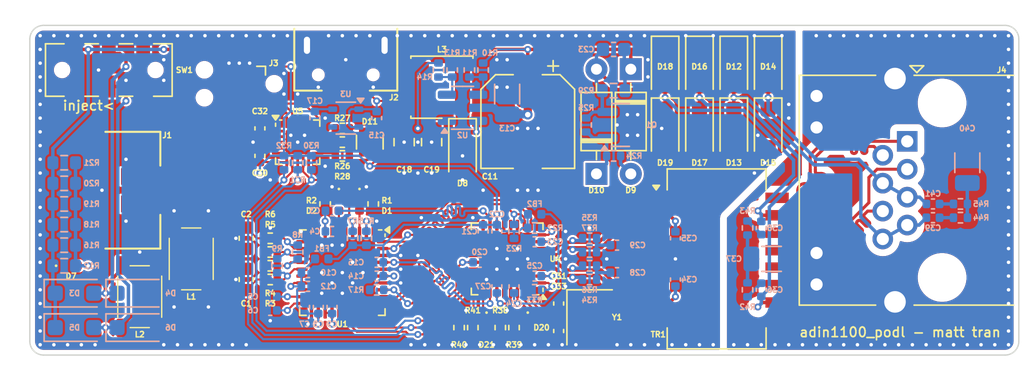
<source format=kicad_pcb>
(kicad_pcb (version 20240108) (generator "pcbnew") (generator_version "8.0")
  (layers (0 "F.Cu" signal) (31 "B.Cu" signal) (34 "B.Paste" user) (35 "F.Paste" user) (36 "B.SilkS" user "B.Silkscreen") (37 "F.SilkS" user "F.Silkscreen") (38 "B.Mask" user) (39 "F.Mask" user) (44 "Edge.Cuts" user))
  (net 0 "")
  (net 1 "Net-(C1-Pad2)")
  (net 2 "/t1l_cmc_d+")
  (net 3 "Net-(C2-Pad2)")
  (net 4 "/t1l_cmc_d-")
  (net 5 "/t1l_ref_clk")
  (net 6 "Net-(U1-XTAL_I{slash}CLK_IN)")
  (net 7 "GND")
  (net 8 "Net-(U1-CEXT_2)")
  (net 9 "Net-(U1-CEXT_3)")
  (net 10 "Net-(U1-AVDD_L)")
  (net 11 "Net-(U1-DLDO_1P1)")
  (net 12 "+48V")
  (net 13 "+3V3")
  (net 14 "+5V")
  (net 15 "/phyrst")
  (net 16 "GND_POE")
  (net 17 "Net-(C24-Pad1)")
  (net 18 "Net-(U4-AVDD10OUT)")
  (net 19 "Net-(U4-DVDD10OUT)")
  (net 20 "Net-(C28-Pad2)")
  (net 21 "Net-(C29-Pad1)")
  (net 22 "Net-(U4-CKXTAL2)")
  (net 23 "/nrst")
  (net 24 "Net-(U4-CKXTAL1)")
  (net 25 "Net-(TR1-C_RD)")
  (net 26 "Net-(TR1-C_TD)")
  (net 27 "Net-(C36-Pad2)")
  (net 28 "/poe_rx_ct")
  (net 29 "GND_SHLD")
  (net 30 "Net-(C37-Pad1)")
  (net 31 "Net-(C38-Pad2)")
  (net 32 "/poe_tx_ct")
  (net 33 "Net-(C39-Pad2)")
  (net 34 "/poe_sp2")
  (net 35 "Net-(C40-Pad1)")
  (net 36 "Net-(C41-Pad2)")
  (net 37 "/poe_sp1")
  (net 38 "/podl+")
  (net 39 "/podl-")
  (net 40 "Net-(D7-A)")
  (net 41 "Net-(D8-K)")
  (net 42 "Net-(D9-A)")
  (net 43 "Net-(D10-K)")
  (net 44 "Net-(D11-BK)")
  (net 45 "Net-(D11-RK)")
  (net 46 "Net-(D11-GK)")
  (net 47 "Net-(D20-A)")
  (net 48 "Net-(D21-A)")
  (net 49 "/t1l_d-")
  (net 50 "/t1l_d+")
  (net 54 "/swio")
  (net 56 "/tx")
  (net 58 "/eth_iso_tx-")
  (net 59 "Net-(D1-K)")
  (net 60 "/eth_iso_rx-")
  (net 61 "Net-(D2-K)")
  (net 62 "/eth_iso_tx+")
  (net 63 "/eth_iso_rx+")
  (net 64 "/t1l_led0")
  (net 65 "/t1l_led1")
  (net 66 "Net-(U1-TXP)")
  (net 67 "Net-(U1-RXP)")
  (net 68 "Net-(U1-RXN)")
  (net 69 "Net-(U1-TXN)")
  (net 70 "Net-(U1-LINK_ST{slash}PHYAD_2)")
  (net 71 "Net-(U2-EN)")
  (net 72 "Net-(U2-FB)")
  (net 73 "Net-(U1-TXD_3{slash}MEDIA_CNV)")
  (net 74 "/t1l_rx_dv")
  (net 75 "Net-(U4-RXDV)")
  (net 76 "/t1l_tx1")
  (net 77 "/led_b")
  (net 78 "/led_g")
  (net 79 "/led_r")
  (net 80 "/mdc")
  (net 81 "/mdio")
  (net 82 "Net-(U4-RSET)")
  (net 83 "/eth_tx+")
  (net 84 "/eth_rx-")
  (net 85 "/eth_tx-")
  (net 86 "/eth_rx+")
  (net 87 "Net-(U4-LED1{slash}PHYAD[1])")
  (net 88 "Net-(U4-LED0{slash}PHYAD[0]{slash}PMEB)")
  (net 91 "/t1l_tx0")
  (net 100 "/t1l_rx0")
  (net 105 "/t1l_tx_en")
  (net 108 "/t1l_rx1")
  (footprint "LED_SMD:LED_0402_1005Metric" (layer "F.Cu") (at 162.25 110 -90)
    (property "Reference" "D20")
    (property "Value" "~")
  )
  (footprint "Capacitor_SMD:C_0805_2012Metric" (layer "F.Cu") (at 153.25 96.5 -90)
    (property "Reference" "C18")
    (property "Value" "10u")
  )
  (footprint "Resistor_SMD:R_0402_1005Metric" (layer "F.Cu") (at 158.25 110 -90)
    (property "Reference" "R41")
    (property "Value" "220")
  )
  (footprint "Diode_SMD:D_SOD-123F" (layer "F.Cu") (at 174.75 95.5 -90)
    (property "Reference" "D17")
    (property "Value" "0.5A")
  )
  (footprint "Resistor_SMD:R_0402_1005Metric" (layer "F.Cu") (at 143.5 106.5)
    (property "Reference" "R3")
    (property "Value" "49.9")
  )
  (footprint "extraparts:JS202011JAQN" (layer "F.Cu") (at 131.75 91.25 180)
    (property "Reference" "SW1")
    (property "Value" "JS202011JAQN")
  )
  (footprint "Diode_SMD:D_SOD-123F" (layer "F.Cu") (at 174.75 91 -90)
    (property "Reference" "D16")
    (property "Value" "0.5A")
  )
  (footprint "Capacitor_SMD:C_0603_1608Metric" (layer "F.Cu") (at 141.75 103.5 90)
    (property "Reference" "C2")
    (property "Value" "220n")
  )
  (footprint "Diode_SMD:D_SOD-123F" (layer "F.Cu") (at 172.25 95.5 -90)
    (property "Reference" "D19")
    (property "Value" "0.5A")
  )
  (footprint "Inductor_SMD:L_Changjiang_FNR4030S" (layer "F.Cu") (at 156 92.5 180)
    (property "Reference" "L3")
    (property "Value" "120u")
  )
  (footprint "Package_DFN_QFN:QFN-20-1EP_3x3mm_P0.4mm_EP1.65x1.65mm" (layer "F.Cu") (at 145.5 96.5)
    (property "Reference" "U5")
    (property "Value" "CH32V003FxUx")
  )
  (footprint "Capacitor_SMD:C_0402_1005Metric" (layer "F.Cu") (at 164.5 108.25 90)
    (property "Reference" "C31")
    (property "Value" "20p")
  )
  (footprint "Diode_SMD:D_SOD-123F" (layer "F.Cu") (at 157.5 97 -90)
    (property "Reference" "D8")
    (property "Value" "0.5A")
  )
  (footprint "Capacitor_SMD:C_0402_1005Metric" (layer "F.Cu") (at 164.5 110.25 -90)
    (property "Reference" "C33")
    (property "Value" "20p")
  )
  (footprint "Diode_THT:D_DO-35_SOD27_P7.62mm_Horizontal" (layer "F.Cu") (at 167.25 98.81 90)
    (property "Reference" "D10")
    (property "Value" "15V")
  )
  (footprint "Crystal:Crystal_SMD_3225-4Pin_3.2x2.5mm" (layer "F.Cu") (at 166.75 109.25 -90)
    (property "Reference" "Y1")
    (property "Value" "25MHz")
  )
  (footprint "extraparts:USB_Micro-B_U254-05" (layer "F.Cu") (at 149 88 180)
    (property "Reference" "J2")
    (property "Value" "USB_B_Micro")
  )
  (footprint "Diode_THT:D_DO-35_SOD27_P7.62mm_Horizontal" (layer "F.Cu") (at 169.75 91.19 -90)
    (property "Reference" "D9")
    (property "Value" "27V")
  )
  (footprint "Capacitor_SMD:C_0603_1608Metric" (layer "F.Cu") (at 141.75 106.5 -90)
    (property "Reference" "C1")
    (property "Value" "220n")
  )
  (footprint "extraparts:QFN-40-1EP_6x6mm_P0.5mm_EP3.6x3.6mm" (layer "F.Cu") (at 148.75 106 -90)
    (property "Reference" "U1")
    (property "Value" "ADIN1100")
  )
  (footprint "Resistor_SMD:R_0402_1005Metric" (layer "F.Cu") (at 161.25 110 -90)
    (property "Reference" "R39")
    (property "Value" "220")
  )
  (footprint "Diode_SMD:D_SOD-123F" (layer "F.Cu") (at 177.25 95.5 -90)
    (property "Reference" "D13")
    (property "Value" "0.5A")
  )
  (footprint "Diode_SMD:D_SOD-123F" (layer "F.Cu") (at 179.75 95.5 -90)
    (property "Reference" "D15")
    (property "Value" "0.5A")
  )
  (footprint "Resistor_SMD:R_0402_1005Metric" (layer "F.Cu") (at 143.5 103.5)
    (property "Reference" "R6")
    (property "Value" "49.9")
  )
  (footprint "Diode_SMD:D_SOD-123F" (layer "F.Cu") (at 179.75 91 -90)
    (property "Reference" "D14")
    (property "Value" "0.5A")
  )
  (footprint "Capacitor_SMD:CP_Elec_6.3x5.4" (layer "F.Cu") (at 162.25 95 -90)
    (property "Reference" "C11")
    (property "Value" "10u")
  )
  (footprint "Capacitor_SMD:C_0402_1005Metric" (layer "F.Cu") (at 142.75 97.5 90)
    (property "Reference" "C30")
    (property "Value" "100n")
  )
  (footprint "Diode_SMD:D_SOD-123F" (layer "F.Cu") (at 172.25 91 -90)
    (property "Reference" "D18")
    (property "Value" "0.5A")
  )
  (footprint "Resistor_SMD:R_0402_1005Metric" (layer "F.Cu") (at 143.5 105.5)
    (property "Reference" "R4")
    (property "Value" "5k1")
  )
  (footprint "Resistor_SMD:R_0402_1005Metric" (layer "F.Cu") (at 148.75 95.5)
    (property "Reference" "R27")
    (property "Value" "220")
  )
  (footprint "LED_SMD:LED_0402_1005Metric" (layer "F.Cu") (at 148.5 101 -90)
    (property "Reference" "D2")
    (property "Value" "~")
  )
  (footprint "Transformer_SMD:Transformer_Ethernet_Bourns_PT61017PEL" (layer "F.Cu") (at 176 105)
    (property "Reference" "TR1")
    (property "Value" "B1601S")
  )
  (footprint "Resistor_SMD:R_0402_1005Metric" (layer "F.Cu") (at 148.75 96.5)
    (property "Reference" "R26")
    (property "Value" "220")
  )
  (footprint "Package_DFN_QFN:QFN-32-1EP_5x5mm_P0.5mm_EP3.6x3.6mm" (layer "F.Cu") (at 160.75 105 180)
    (property "Reference" "U4")
    (property "Value" "RTL8201F-VB-CG")
  )
  (footprint "Capacitor_SMD:C_0402_1005Metric" (layer "F.Cu") (at 142.75 95.5 -90)
    (property "Reference" "C32")
    (property "Value" "100n")
  )
  (footprint "LED_SMD:LED_0402_1005Metric" (layer "F.Cu") (at 150 101 -90)
    (property "Reference" "D1")
    (property "Value" "~")
  )
  (footprint "Connector_RJ:RJ45_Amphenol_RJHSE538X" (layer "F.Cu") (at 189.875 96.44 -90)
    (property "Reference" "J4")
    (property "Value" "RC02535")
  )
  (footprint "Resistor_SMD:R_0402_1005Metric" (layer "F.Cu") (at 151 101 90)
    (property "Reference" "R1")
    (property "Value" "220")
  )
  (footprint "Resistor_SMD:R_0402_1005Metric" (layer "F.Cu") (at 143.5 104.5)
    (property "Reference" "R5")
    (property "Value" "5k1")
  )
  (footprint "LED_SMD:LED_0402_1005Metric" (layer "F.Cu") (at 159.25 110 -90)
    (property "Reference" "D21")
    (property "Value" "~")
  )
  (footprint "Resistor_SMD:R_Array_Convex_2x0606" (layer "F.Cu") (at 150.75 96.5 90)
    (property "Reference" "D11")
    (property "Value" "rgb")
  )
  (footprint "LED_SMD:LED_0402_1005Metric" (layer "F.Cu") (at 129 105.5)
    (property "Reference" "D7")
    (property "Value" "EAST1005BA0")
  )
  (footprint "extraparts:L_CommonModeChoke_Murata_DLW43SH101" (layer "F.Cu") (at 137.75 105 -90)
    (property "Reference" "L1")
    (property "Value" "DLW43SH101XK2")
  )
  (footprint "extraparts:Molex_DuraClik_RH_2pin" (layer "F.Cu") (at 126 100 -90)
    (property "Reference" "J1")
    (property "Value" "Conn_01x02_MountingPin")
  )
  (footprint "Diode_SMD:D_SOD-123F" (layer "F.Cu") (at 177.25 91 -90)
    (property "Reference" "D12")
    (property "Value" "0.5A")
  )
  (footprint "Resistor_SMD:R_0402_1005Metric" (layer "F.Cu") (at 157.25 110 -90)
    (property "Reference" "R40")
    (property "Value" "10k")
  )
  (footprint "Resistor_SMD:R_0402_1005Metric" (layer "F.Cu") (at 147.5 101 90)
    (property "Reference" "R2")
    (property "Value" "220")
  )
  (footprint "Resistor_SMD:R_0402_1005Metric" (layer "F.Cu") (at 148.75 97.5)
    (property "Reference" "R28")
    (property "Value" "220")
  )
  (footprint "Capacitor_SMD:C_0805_2012Metric" (layer "F.Cu") (at 155.25 96.5 -90)
    (property "Reference" "C19")
    (property "Value" "10u")
  )
  (footprint "Resistor_SMD:R_0402_1005Metric" (layer "F.Cu") (at 160.25 110 -90)
    (property "Reference" "R38")
    (property "Value" "10k")
  )
  (footprint "Connector:Tag-Connect_TC2030-IDC-NL_2x03_P1.27mm_Vertical" (layer "F.Cu") (at 141.25 92.25 180)
    (property "Reference" "J3")
    (property "Value" "SWIO")
  )
  (footprint "extraparts:L_CommonModeChoke_Murata_DLW43SH101" (layer "F.Cu") (at 134 107.75 90)
    (property "Reference" "L2")
    (property "Value" "DLW43SH101XK2")
  )
  (footprint "Resistor_SMD:R_0402_1005Metric" (layer "B.Cu") (at 155.75 91.25 -90)
    (property "Reference" "R14")
    (property "Value" "100k")
  )
  (footprint "Capacitor_SMD:C_0402_1005Metric" (layer "B.Cu") (at 158.75 105.25)
    (property "Reference" "C20")
    (property "Value" "100n")
  )
  (footprint "Diode_SMD:D_SOD-123F" (layer "B.Cu") (at 133.75 107.5)
    (property "Reference" "D4")
    (property "Value" "0.5A")
  )
  (footprint "Capacitor_SMD:C_0402_1005Metric" (layer "B.Cu") (at 160 107 90)
    (property "Reference" "C27")
    (property "Value" "100n")
  )
  (footprint "Inductor_SMD:L_0402_1005Metric" (layer "B.Cu") (at 147.25 105 180)
    (property "Reference" "FB1")
    (property "Value" "FerriteBead_Small")
  )
  (footprint "Resistor_SMD:R_0603_1608Metric" (layer "B.Cu") (at 128.5 101)
    (property "Reference" "R19")
    (property "Value" "22k")
  )
  (footprint "Capacitor_SMD:C_0603_1608Metric" (layer "B.Cu") (at 168.5 89.75 180)
    (property "Reference" "C23")
    (property "Value" "100n")
  )
  (footprint "Resistor_SMD:R_0402_1005Metric" (layer "B.Cu") (at 166.75 103.5)
    (property "Reference" "R35")
    (property "Value" "49.9")
  )
  (footprint "Capacitor_SMD:C_0402_1005Metric" (layer "B.Cu") (at 148 103)
    (property "Reference" "C4")
    (property "Value" "10p")
  )
  (footprint "Resistor_SMD:R_0402_1005Metric" (layer "B.Cu") (at 144 105.5 -90)
    (property "Reference" "R9")
    (property "Value" "10k")
  )
  (footprint "Resistor_SMD:R_0402_1005Metric" (layer "B.Cu") (at 178.25 102.75 -90)
    (property "Reference" "R43")
    (property "Value" "75")
  )
  (footprint "Capacitor_SMD:C_0402_1005Metric" (layer "B.Cu") (at 146.25 106)
    (property "Reference" "C10")
    (property "Value" "100n")
  )
  (footprint "Capacitor_SMD:C_0402_1005Metric" (layer "B.Cu") (at 168.75 104)
    (property "Reference" "C29")
    (property "Value" "100n")
  )
  (footprint "Inductor_SMD:L_0402_1005Metric" (layer "B.Cu") (at 162.75 101.75)
    (property "Reference" "FB2")
    (property "Value" "FerriteBead_Small")
  )
  (footprint "Capacitor_SMD:C_0402_1005Metric" (layer "B.Cu") (at 146.75 94.75 -90)
    (property "Reference" "C17")
    (property "Value" "1u")
  )
  (footprint "Resistor_SMD:R_0402_1005Metric" (layer "B.Cu") (at 146.5 98 -90)
    (property "Reference" "R30")
    (property "Value" "10k")
  )
  (footprint "Resistor_SMD:R_0603_1608Metric" (layer "B.Cu") (at 128.5 102.5)
    (property "Reference" "R18")
    (property "Value" "22k")
  )
  (footprint "Resistor_SMD:R_0402_1005Metric" (layer "B.Cu") (at 162.75 107.25 180)
    (property "Reference" "R33")
    (property "Value" "2k49")
  )
  (footprint "Package_TO_SOT_SMD:SOT-23" (layer "B.Cu") (at 169 95.25)
    (property "Reference" "Q1")
    (property "Value" "HL6003")
  )
  (footprint "Capacitor_SMD:C_1206_3216Metric" (layer "B.Cu") (at 194.25 98 90)
    (property "Reference" "C40")
    (property "Value" "1n")
  )
  (footprint "Resistor_SMD:R_0402_1005Metric" (layer "B.Cu") (at 144.5 98 -90)
    (property "Reference" "R32")
    (property "Value" "10k")
  )
  (footprint "Capacitor_SMD:C_0402_1005Metric" (layer "B.Cu") (at 191.75 101)
    (property "Reference" "C41")
    (property "Value" "10n")
  )
  (footprint "Resistor_SMD:R_0603_1608Metric" (layer "B.Cu") (at 128.5 99.5)
    (property "Reference" "R20")
    (property "Value" "22k")
  )
  (footprint "Resistor_SMD:R_0603_1608Metric" (layer "B.Cu") (at 128.5 98)
    (property "Reference" "R21")
    (property "Value" "22k")
  )
  (footprint "Capacitor_SMD:C_0402_1005Metric" (layer "B.Cu") (at 151.25 105.25 180)
    (property "Reference" "C16")
    (property "Value" "100n")
  )
  (footprint "Resistor_SMD:R_0402_1005Metric" (layer "B.Cu") (at 168.5 97.5 180)
    (property "Reference" "R24")
    (property "Value" "10k")
  )
  (footprint "Resistor_SMD:R_0402_1005Metric" (layer "B.Cu") (at 151.25 107.25)
    (property "Reference" "R17")
    (property "Value" "10k")
  )
  (footprint "Resistor_SMD:R_0603_1608Metric" (layer "B.Cu") (at 128.5 105.5)
    (property "Reference" "R12")
    (property "Value" "22k")
  )
  (footprint "Capacitor_SMD:C_0402_1005Metric" (layer "B.Cu") (at 151.25 94.75 -90)
    (property "Reference" "C15")
    (property "Value" "1u")
  )
  (footprint "Resistor_SMD:R_0402_1005Metric" (layer "B.Cu") (at 193.75 101)
    (property "Reference" "R45")
    (property "Value" "75")
  )
  (footprint "Diode_SMD:D_SOD-123F" (layer "B.Cu") (at 133.75 110)
    (property "Reference" "D6")
    (property "Value" "0.5A")
  )
  (footprint "Capacitor_SMD:C_0402_1005Metric" (layer "B.Cu") (at 179.25 107.25 90)
    (property "Reference" "C36")
    (property "Value" "10n")
  )
  (footprint "Capacitor_SMD:C_0402_1005Metric" (layer "B.Cu") (at 147 108.5 90)
    (property "Reference" "C8")
    (property "Value" "10n")
  )
  (footprint "Capacitor_SMD:C_0402_1005Metric" (layer "B.Cu") (at 160 103 -90)
    (property "Reference" "C22")
    (property "Value" "100n")
  )
  (footprint "Resistor_SMD:R_0402_1005Metric" (layer "B.Cu") (at 156.75 91.25 90)
    (property "Reference" "R13")
    (property "Value" "22k")
  )
  (footprint "Resistor_SMD:R_0402_1005Metric" (layer "B.Cu") (at 178.25 107.25 90)
    (property "Reference" "R42")
    (property "Value" "75")
  )
  (footprint "Capacitor_SMD:C_0402_1005Metric" (layer "B.Cu") (at 162.75 106.25 180)
    (property "Reference" "C25")
    (property "Value" "100n")
  )
  (footprint "Capacitor_SMD:C_0402_1005Metric" (layer "B.Cu") (at 179.25 102.75 -90)
    (property "Reference" "C38")
    (property "Value" "10n")
  )
  (footprint "Capacitor_SMD:C_0402_1005Metric" (layer "B.Cu") (at 161.25 107 90)
    (property "Reference" "C24")
    (property "Value" "100n")
  )
  (footprint "Resistor_SMD:R_0402_1005Metric" (layer "B.Cu") (at 159 91.25 -90)
    (property "Reference" "R10")
    (property "Value" "100k")
  )
  (footprint "Capacitor_SMD:C_0402_1005Metric" (layer "B.Cu") (at 143.5 107.75 180)
    (property "Reference" "C5")
    (property "Value" "100n")
  )
  (footprint "Capacitor_SMD:C_0402_1005Metric" (layer "B.Cu") (at 151.25 106.25 180)
    (property "Reference" "C14")
    (property "Value" "10n")
  )
  (footprint "Resistor_SMD:R_0402_1005Metric" (layer "B.Cu") (at 166.75 104.5)
    (property "Reference" "R37")
    (property "Value" "49.9")
  )
  (footprint "Resistor_SMD:R_0402_1005Metric" (layer "B.Cu") (at 166.75 105.5 180)
    (property "Reference" "R36")
    (property "Value" "49.9")
  )
  (footprint "Resistor_SMD:R_0603_1608Metric" (layer "B.Cu") (at 168.5 92.75 180)
    (property "Reference" "R29")
    (property "Value" "24k9")
  )
  (footprint "Package_TO_SOT_SMD:SOT-353_SC-70-5" (layer "B.Cu") (at 149 94.75 180)
    (property "Reference" "U3")
    (property "Value" "MIC5365-3.3YC5")
  )
  (footprint "Resistor_SMD:R_0402_1005Metric" (layer "B.Cu") (at 161.25 103 90)
    (property "Reference" "R23")
    (property "Value" "10k")
  )
  (footprint "Resistor_SMD:R_0402_1005Metric" (layer "B.Cu") (at 162.75 102.75)
    (property "Reference" "R22")
    (property "Value" "10k")
  )
  (footprint "Resistor_SMD:R_0402_1005Metric" (layer "B.Cu") (at 145.5 98 -90)
    (property "Reference" "R31")
    (property "Value" "10k")
  )
  (footprint "Capacitor_SMD:C_0402_1005Metric" (layer "B.Cu") (at 143.5 108.75 180)
    (property "Reference" "C6")
    (property "Value" "1u")
  )
  (footprint "Capacitor_SMD:C_0402_1005Metric" (layer "B.Cu") (at 159 103 -90)
    (property "Reference" "C21")
    (property "Value" "4u7")
  )
  (footprint "Capacitor_SMD:C_0402_1005Metric" (layer "B.Cu") (at 173 106.5 -90)
    (property "Reference" "C34")
    (property "Value" "100n")
  )
  (footprint "Resistor_SMD:R_0402_1005Metric" (layer "B.Cu") (at 166.75 106.5 180)
    (property "Reference" "R34")
    (property "Value" "49.9")
  )
  (footprint "Capacitor_SMD:C_0402_1005Metric" (layer "B.Cu") (at 148 108.5 90)
    (property "Reference" "C9")
    (property "Value" "1u")
  )
  (footprint "Capacitor_SMD:C_1206_3216Metric" (layer "B.Cu") (at 160.75 93 90)
    (property "Reference" "C13")
    (property "Value" "1u")
  )
  (footprint "Resistor_SMD:R_0402_1005Metric" (layer "B.Cu") (at 145.5 104.5 -90)
    (property "Reference" "R8")
    (property "Value" "10k")
  )
  (footprint "Capacitor_SMD:C_1206_3216Metric" (layer "B.Cu") (at 180 105)
    (property "Reference" "C37")
    (property "Value" "1n")
  )
  (footprint "Resistor_SMD:R_0402_1005Metric" (layer "B.Cu") (at 166.5 95.25 90)
    (property "Reference" "R25")
    (property "Value" "100k")
  )
  (footprint "Capacitor_SMD:C_0402_1005Metric" (layer "B.Cu") (at 162.75 103.75 180)
    (property "Reference" "C26")
    (property "Value" "100n")
  )
  (footprint "Capacitor_SMD:C_0402_1005Metric" (layer "B.Cu") (at 168.75 106 180)
    (property "Reference" "C28")
    (property "Value" "100n")
  )
  (footprint "Diode_SMD:D_SOD-123F" (layer "B.Cu") (at 129.25 107.5)
    (property "Reference" "D3")
    (property "Value" "0.5A")
  )
  (footprint "Capacitor_SMD:C_0402_1005Metric" (layer "B.Cu") (at 191.75 102)
    (property "Reference" "C39")
    (property "Value" "10n")
  )
  (footprint "Capacitor_SMD:C_0402_1005Metric" (layer "B.Cu") (at 148 101.5 180)
    (property "Reference" "C3")
    (property "Value" "10p")
  )
  (footprint "Resistor_SMD:R_0603_1608Metric" (layer "B.Cu") (at 128.5 104)
    (property "Reference" "R16")
    (property "Value" "22k")
  )
  (footprint "Resistor_SMD:R_0402_1005Metric" (layer "B.Cu") (at 158 91.25 90)
    (property "Reference" "R11")
    (property "Value" "10k")
  )
  (footprint "Capacitor_SMD:C_0402_1005Metric" (layer "B.Cu") (at 173 103.5 90)
    (property "Reference" "C35")
    (property "Value" "100n")
  )
  (footprint "Resistor_SMD:R_0402_1005Metric" (layer "B.Cu") (at 149.5 103.5 90)
    (property "Reference" "R7")
    (property "Value" "10k")
  )
  (footprint "Package_TO_SOT_SMD:SOT-23-6" (layer "B.Cu") (at 157.5 94)
    (property "Reference" "U2")
    (property "Value" "XDS_TX4137")
  )
  (footprint "Diode_SMD:D_SOD-123F" (layer "B.Cu") (at 129.25 110)
    (property "Reference" "D5")
    (property "Value" "0.5A")
  )
  (footprint "Resistor_SMD:R_0402_1005Metric" (layer "B.Cu") (at 193.75 102)
    (property "Reference" "R44")
    (property "Value" "75")
  )
  (footprint "Capacitor_SMD:C_0402_1005Metric" (layer "B.Cu") (at 146.25 107)
    (property "Reference" "C12")
    (property "Value" "10n")
  )
  (footprint "Resistor_SMD:R_0402_1005Metric" (layer "B.Cu") (at 150.5 103.5 90)
    (property "Reference" "R15")
    (property "Value" "10k")
  )
  (footprint "Capacitor_SMD:C_0402_1005Metric" (layer "B.Cu") (at 146 108.5 90)
    (property "Reference" "C7")
    (property "Value" "100n")
  )
  (gr_line (start 126 89) (end 126 111) (stroke (width 0.1)) (layer "Edge.Cuts"))
  (gr_arc (start 127 112) (mid 126.292893 111.707107) (end 126 111) (stroke (width 0.1)) (layer "Edge.Cuts"))
  (gr_arc (start 126 89) (mid 126.292893 88.292893) (end 127 88) (stroke (width 0.1)) (layer "Edge.Cuts"))
  (gr_line (start 198 111) (end 198 89) (stroke (width 0.1)) (layer "Edge.Cuts"))
  (gr_line (start 127 112) (end 197 112) (stroke (width 0.1)) (layer "Edge.Cuts"))
  (gr_line (start 197 88) (end 127 88) (stroke (width 0.1)) (layer "Edge.Cuts"))
  (gr_arc (start 197 88) (mid 197.707107 88.292893) (end 198 89) (stroke (width 0.1)) (layer "Edge.Cuts"))
  (gr_arc (start 198 111) (mid 197.707107 111.707107) (end 197 112) (stroke (width 0.1)) (layer "Edge.Cuts"))
  (gr_text "inject<" (at 132.25 94.25 0) (layer "F.SilkS") (effects (font (size 0.7 0.7) (thickness 0.12) (bold yes)) (justify right bottom)))
  (gr_text "adin1100_podl - matt tran" (at 196.75 110.75 0) (layer "F.SilkS") (effects (font (size 0.7 0.7) (thickness 0.12) (bold yes)) (justify right bottom)))
  (segment (start 142.99 105.5) (end 142.99 106.5) (width 0.1524) (layer "F.Cu") (net 1))
  (segment (start 141.75 107.275) (end 142.525 106.5) (width 0.1524) (layer "F.Cu") (net 1))
  (segment (start 142.525 106.5) (end 142.99 106.5) (width 0.1524) (layer "F.Cu") (net 1))
  (segment (start 136.5 107.275) (end 136.5 107.5) (width 0.25) (layer "F.Cu") (net 2))
  (segment (start 137.5488 109.08334) (end 138.24745 109.78199) (width 0.25) (layer "F.Cu") (net 2))
  (segment (start 137.5488 108.5488) (end 137.5488 109.08334) (width 0.25) (layer "F.Cu") (net 2))
  (segment (start 134.9274 109.0726) (end 133.4774 109.0726) (width 0.25) (layer "F.Cu") (net 2))
  (segment (start 140.4512 109.08334) (end 140.4512 105.49187) (width 0.25) (layer "F.Cu") (net 2))
  (segment (start 141.725 105.725) (end 141.75 105.725) (width 0.25) (layer "F.Cu") (net 2))
  (segment (start 140.74187 105.2012) (end 141.2012 105.2012) (width 0.25) (layer "F.Cu") (net 2))
  (segment (start 138.24745 109.78199) (end 139.75255 109.78199) (width 0.25) (layer "F.Cu") (net 2))
  (segment (start 136.5 107.5) (end 134.9274 109.0726) (width 0.25) (layer "F.Cu") (net 2))
  (segment (start 139.75255 109.78199) (end 140.4512 109.08334) (width 0.25) (layer "F.Cu") (net 2))
  (segment (start 141.2012 105.2012) (end 141.725 105.725) (width 0.25) (layer "F.Cu") (net 2))
  (segment (start 132.75 109.8) (end 132.75 110.025) (width 0.25) (layer "F.Cu") (net 2))
  (segment (start 136.5 107.5) (end 137.5488 108.5488) (width 0.25) (layer "F.Cu") (net 2))
  (segment (start 133.4774 109.0726) (end 132.75 109.8) (width 0.25) (layer "F.Cu") (net 2))
  (segment (start 140.4512 105.49187) (end 140.74187 105.2012) (width 0.25) (layer "F.Cu") (net 2))
  (segment (start 142.525 103.5) (end 142.99 103.5) (width 0.1524) (layer "F.Cu") (net 3))
  (segment (start 141.75 102.725) (end 142.525 103.5) (width 0.1524) (layer "F.Cu") (net 3))
  (segment (start 142.99 104.5) (end 142.99 103.5) (width 0.1524) (layer "F.Cu") (net 3))
  (segment (start 140.0488 105.32519) (end 140.57519 104.7988) (width 0.25) (layer "F.Cu") (net 4))
  (segment (start 139 107.275) (end 139 107.05) (width 0.25) (layer "F.Cu") (net 4))
  (segment (start 140.0488 108.91666) (end 140.0488 105.32519) (width 0.25) (layer "F.Cu") (net 4))
  (segment (start 141.2012 104.7988) (end 141.725 104.275) (width 0.25) (layer "F.Cu") (net 4))
  (segment (start 139.58587 109.37959) (end 140.0488 108.91666) (width 0.25) (layer "F.Cu") (net 4))
  (segment (start 137.9512 108.91666) (end 138.41413 109.37959) (width 0.25) (layer "F.Cu") (net 4))
  (segment (start 137.9512 108.5488) (end 137.9512 108.91666) (width 0.25) (layer "F.Cu") (net 4))
  (segment (start 139 107.275) (end 139 107.5) (width 0.25) (layer "F.Cu") (net 4))
  (segment (start 135.25 105.7) (end 135.25 105.475) (width 0.25) (layer "F.Cu") (net 4))
  (segment (start 140.57519 104.7988) (end 141.2012 104.7988) (width 0.25) (layer "F.Cu") (net 4))
  (segment (start 138.41413 109.37959) (end 139.58587 109.37959) (width 0.25) (layer "F.Cu") (net 4))
  (segment (start 138.2726 106.3226) (end 135.8726 106.3226) (width 0.25) (layer "F.Cu") (net 4))
  (segment (start 141.725 104.275) (end 141.75 104.275) (width 0.25) (layer "F.Cu") (net 4))
  (segment (start 139 107.5) (end 137.9512 108.5488) (width 0.25) (layer "F.Cu") (net 4))
  (segment (start 135.8726 106.3226) (end 135.25 105.7) (width 0.25) (layer "F.Cu") (net 4))
  (segment (start 139 107.05) (end 138.2726 106.3226) (width 0.25) (layer "F.Cu") (net 4))
  (segment (start 159.5 102.55) (end 159.5 102) (width 0.1524) (layer "F.Cu") (net 5))
  (segment (start 159.5 102) (end 159 101.5) (width 0.1524) (layer "F.Cu") (net 5))
  (via (at 159 101.5) (size 0.508) (drill 0.254) (layers "F.Cu" "B.Cu") (net 5))
  (segment (start 156.10408 101.753762) (end 156.10408 101.62192) (width 0.1524) (layer "B.Cu") (net 5))
  (segment (start 155.9212 101.5) (end 155.75 101.5) (width 0.1524) (layer "B.Cu") (net 5))
  (segment (start 157.01848 101.5) (end 157.01848 101.753778) (width 0.1524) (layer "B.Cu") (net 5))
  (segment (start 157.32328 101.753778) (end 157.32328 101.62192) (width 0.1524) (layer "B.Cu") (net 5))
  (segment (start 156.40888 101.246238) (end 156.40888 101.5) (width 0.1524) (layer "B.Cu") (net 5))
  (segment (start 156.59176 101.124318) (end 156.5308 101.124318) (width 0.1524) (layer "B.Cu") (net 5))
  (segment (start 157.32328 101.5) (end 157.32328 101.246222) (width 0.1524) (layer "B.Cu") (net 5))
  (segment (start 157.32328 101.62192) (end 157.32328 101.5) (width 0.1524) (layer "B.Cu") (net 5))
  (segment (start 157.62808 101.62192) (end 157.62808 101.753778) (width 0.1524) (layer "B.Cu") (net 5))
  (segment (start 159 101.5) (end 157.75 101.5) (width 0.1524) (layer "B.Cu") (net 5))
  (segment (start 156.71368 101.753778) (end 156.71368 101.5) (width 0.1524) (layer "B.Cu") (net 5))
  (segment (start 155.98216 101.5) (end 155.9212 101.5) (width 0.1524) (layer "B.Cu") (net 5))
  (segment (start 157.50616 101.875698) (end 157.4452 101.875698) (width 0.1524) (layer "B.Cu") (net 5))
  (segment (start 157.01848 101.246222) (end 157.01848 101.5) (width 0.1524) (layer "B.Cu") (net 5))
  (segment (start 156.89656 101.875698) (end 156.8356 101.875698) (width 0.1524) (layer "B.Cu") (net 5))
  (segment (start 156.28696 101.875682) (end 156.226 101.875682) (width 0.1524) (layer "B.Cu") (net 5))
  (segment (start 156.40888 101.5) (end 156.40888 101.62192) (width 0.1524) (layer "B.Cu") (net 5))
  (segment (start 157.20136 101.124302) (end 157.1404 101.124302) (width 0.1524) (layer "B.Cu") (net 5))
  (segment (start 156.40888 101.62192) (end 156.40888 101.753762) (width 0.1524) (layer "B.Cu") (net 5))
  (segment (start 156.71368 101.5) (end 156.71368 101.246238) (width 0.1524) (layer "B.Cu") (net 5))
  (segment (start 155.75 101.5) (end 148.48 101.5) (width 0.1524) (layer "B.Cu") (net 5))
  (arc (start 156.71368 101.246238) (mid 156.67797 101.160028) (end 156.59176 101.124318) (width 0.1524) (layer "B.Cu") (net 5))
  (arc (start 156.5308 101.124318) (mid 156.44459 101.160028) (end 156.40888 101.246238) (width 0.1524) (layer "B.Cu") (net 5))
  (arc (start 156.8356 101.875698) (mid 156.74939 101.839988) (end 156.71368 101.753778) (width 0.1524) (layer "B.Cu") (net 5))
  (arc (start 157.1404 101.124302) (mid 157.05419 101.160012) (end 157.01848 101.246222) (width 0.1524) (layer "B.Cu") (net 5))
  (arc (start 156.10408 101.62192) (mid 156.06837 101.53571) (end 155.98216 101.5) (width 0.1524) (layer "B.Cu") (net 5))
  (arc (start 156.40888 101.753762) (mid 156.37317 101.839972) (end 156.28696 101.875682) (width 0.1524) (layer "B.Cu") (net 5))
  (arc (start 157.32328 101.246222) (mid 157.28757 101.160012) (end 157.20136 101.124302) (width 0.1524) (layer "B.Cu") (net 5))
  (arc (start 157.4452 101.875698) (mid 157.35899 101.839988) (end 157.32328 101.753778) (width 0.1524) (layer "B.Cu") (net 5))
  (arc (start 157.75 101.5) (mid 157.66379 101.53571) (end 157.62808 101.62192) (width 0.1524) (layer "B.Cu") (net 5))
  (arc (start 156.226 101.875682) (mid 156.13979 101.839972) (end 156.10408 101.753762) (width 0.1524) (layer "B.Cu") (net 5))
  (arc (start 157.01848 101.753778) (mid 156.98277 101.839988) (end 156.89656 101.875698) (width 0.1524) (layer "B.Cu") (net 5))
  (arc (start 157.62808 101.753778) (mid 157.59237 101.839988) (end 157.50616 101.875698) (width 0.1524) (layer "B.Cu") (net 5))
  (segment (start 147.5 103.0625) (end 147.5 102.25) (width 0.1524) (layer "F.Cu") (net 6))
  (via (at 147.5 102.25) (size 0.508) (drill 0.254) (layers "F.Cu" "B.Cu") (net 6))
  (segment (start 147.5 102.25) (end 147.5 101.52) (width 0.1524) (layer "B.Cu") (net 6))
  (segment (start 147.5 102.98) (end 147.52 103) (width 0.1524) (layer "B.Cu") (net 6))
  (segment (start 147.5 102.25) (end 147.5 102.98) (width 0.1524) (layer "B.Cu") (net 6))
  (segment (start 147.5 101.52) (end 147.52 101.5) (width 0.1524) (layer "B.Cu") (net 6))
  (via (at 153.25 96.5) (size 0.508) (drill 0.254) (layers "F.Cu" "B.Cu") (net 7))
  (via (at 141.75 88.75) (size 0.508) (drill 0.254) (layers "F.Cu" "B.Cu") (net 7))
  (via (at 170.75 111.25) (size 0.508) (drill 0.254) (layers "F.Cu" "B.Cu") (net 7))
  (via (at 135.75 92) (size 0.508) (drill 0.254) (layers "F.Cu" "B.Cu") (net 7))
  (via (at 157.75 111.25) (size 0.508) (drill 0.254) (layers "F.Cu" "B.Cu") (net 7))
  (via (at 142.75 88.75) (size 0.508) (drill 0.254) (layers "F.Cu" "B.Cu") (net 7))
  (via (at 150.75 88.75) (size 0.508) (drill 0.254) (layers "F.Cu" "B.Cu") (net 7))
  (via (at 157.75 108.75) (size 0.508) (drill 0.254) (layers "F.Cu" "B.Cu") (net 7))
  (via (at 148 99.75) (size 0.508) (drill 0.254) (layers "F.Cu" "B.Cu") (net 7))
  (via (at 145.5 93) (size 0.508) (drill 0.254) (layers "F.Cu" "B.Cu") (net 7))
  (via (at 170.25 94.5) (size 0.508) (drill 0.254) (layers "F.Cu" "B.Cu") (net 7))
  (via (at 158.75 88.75) (size 0.508) (drill 0.254) (layers "F.Cu" "B.Cu") (net 7))
  (via (at 169.5 96) (size 0.508) (drill 0.254) (layers "F.Cu" "B.Cu") (net 7))
  (via (at 153.75 88.75) (size 0.508) (drill 0.254) (layers "F.Cu" "B.Cu") (net 7))
  (via (at 161.75 111.25) (size 0.508) (drill 0.254) (layers "F.Cu" "B.Cu") (net 7))
  (via (at 126.75 92.75) (size 0.508) (drill 0.254) (layers "F.Cu" "B.Cu") (net 7))
  (via (at 163 95.5) (size 0.508) (drill 0.254) (layers "F.Cu" "B.Cu") (net 7))
  (via (at 159.75 111.25) (size 0.508) (drill 0.254) (layers "F.Cu" "B.Cu") (net 7))
  (via (at 165 107) (size 0.508) (drill 0.254) (layers "F.Cu" "B.Cu") (net 7))
  (via (at 159 100) (size 0.508) (drill 0.254) (layers "F.Cu" "B.Cu") (net 7))
  (via (at 143.5 109.5) (size 0.508) (drill 0.254) (layers "F.Cu" "B.Cu") (net 7))
  (via (at 160.75 90.5) (size 0.508) (drill 0.254) (layers "F.Cu" "B.Cu") (net 7))
  (via (at 165 105) (size 0.508) (drill 0.254) (layers "F.Cu" "B.Cu") (net 7))
  (via (at 167.75 88.75) (size 0.508) (drill 0.254) (layers "F.Cu" "B.Cu") (net 7))
  (via (at 126.75 111.25) (size 0.508) (drill 0.254) (layers "F.Cu" "B.Cu") (net 7))
  (via (at 135.75 90.5) (size 0.508) (drill 0.254) (layers "F.Cu" "B.Cu") (net 7))
  (via (at 169.75 111.25) (size 0.508) (drill 0.254) (layers "F.Cu" "B.Cu") (net 7))
  (via (at 159.75 88.75) (size 0.508) (drill 0.254) (layers "F.Cu" "B.Cu") (net 7))
  (via (at 151.25 102.25) (size 0.508) (drill 0.254) (layers "F.Cu" "B.Cu") (net 7))
  (via (at 136.75 88.75) (size 0.508) (drill 0.254) (layers "F.Cu" "B.Cu") (net 7))
  (via (at 130.75 111.25) (size 0.508) (drill 0.254) (layers "F.Cu" "B.Cu") (net 7))
  (via (at 144.5 91.5) (size 0.508) (drill 0.254) (layers "F.Cu" "B.Cu") (net 7))
  (via (at 148 104) (size 0.508) (drill 0.254) (layers "F.Cu" "B.Cu") (net 7))
  (via (at 129.75 88.75) (size 0.508) (drill 0.254) (layers "F.Cu" "B.Cu") (net 7))
  (via (at 147.5 98.25) (size 0.508) (drill 0.254) (layers "F.Cu" "B.Cu") (net 7))
  (via (at 180.75 88.75) (size 0.508) (drill 0.254) (layers "F.Cu" "B.Cu") (net 7))
  (via (at 147.75 88.75) (size 0.508) (drill 0.254) (layers "F.Cu" "B.Cu") (net 7))
  (via (at 151 92.5) (size 0.508) (drill 0.254) (layers "F.Cu" "B.Cu") (net 7))
  (via (at 136.75 111.25) (size 0.508) (drill 0.254) (layers "F.Cu" "B.Cu") (net 7))
  (via (at 155.25 96.5) (size 0.508) (drill 0.254) (layers "F.Cu" "B.Cu") (net 7))
  (via (at 166.75 88.75) (size 0.508) (drill 0.254) (layers "F.Cu" "B.Cu") (net 7))
  (via (at 154.25 104.75) (size 0.508) (drill 0.254) (layers "F.Cu" "B.Cu") (net 7))
  (via (at 155.25 98.75) (size 0.508) (drill 0.254) (layers "F.Cu" "B.Cu") (net 7))
  (via (at 160.75 111.25) (size 0.508) (drill 0.254) (layers "F.Cu" "B.Cu") (net 7))
  (via (at 127.75 111.25) (size 0.508) (drill 0.254) (layers "F.Cu" "B.Cu") (net 7))
  (via (at 160.75 105) (size 0.508) (drill 0.254) (layers "F.Cu" "B.Cu") (net 7))
  (via (at 136.5 108.5) (size 0.508) (drill 0.254) (layers "F.Cu" "B.Cu") (net 7))
  (via (at 140.5 90.75) (size 0.508) (drill 0.254) (layers "F.Cu" "B.Cu") (net 7))
  (via (at 178.75 88.75) (size 0.508) (drill 0.254) (layers "F.Cu" "B.Cu") (net 7))
  (via (at 130.75 88.75) (size 0.508) (drill 0.254) (layers "F.Cu" "B.Cu") (net 7))
  (via (at 164.75 88.75) (size 0.508) (drill 0.254) (layers "F.Cu" "B.Cu") (net 7))
  (via (at 159.25 106.5) (size 0.508) (drill 0.254) (layers "F.Cu" "B.Cu") (net 7))
  (via (at 163 100) (size 0.508) (drill 0.254) (layers "F.Cu" "B.Cu") (net 7))
  (via (at 172.75 111.25) (size 0.508) (drill 0.254) (layers "F.Cu" "B.Cu") (net 7))
  (via (at 160.75 108.75) (size 0.508) (drill 0.254) (layers "F.Cu" "B.Cu") (net 7))
  (via (at 160 92.5) (size 0.508) (drill 0.254) (layers "F.Cu" "B.Cu") (net 7))
  (via (at 147.5 94.75) (size 0.508) (drill 0.254) (layers "F.Cu" "B.Cu") (net 7))
  (via (at 158.25 102) (size 0.508) (drill 0.254) (layers "F.Cu" "B.Cu") (net 7))
  (via (at 126.75 91.75) (size 0.508) (drill 0.254) (layers "F.Cu" "B.Cu") (net 7))
  (via (at 156.75 111.25) (size 0.508) (drill 0.254) (layers "F.Cu" "B.Cu") (net 7))
  (via (at 162.75 88.75) (size 0.508) (drill 0.254) (layers "F.Cu" "B.Cu") (net 7))
  (via (at 171 91.75) (size 0.508) (drill 0.254) (layers "F.Cu" "B.Cu") (net 7))
  (via (at 179.5 98) (size 0.508) (drill 0.254) (layers "F.Cu" "B.Cu") (net 7))
  (via (at 148 106.75) (size 0.508) (drill 0.254) (layers "F.Cu" "B.Cu") (net 7))
  (via (at 162.25 105) (size 0.508) (drill 0.254) (layers "F.Cu" "B.Cu") (net 7))
  (via (at 155.75 88.75) (size 0.508) (drill 0.254) (layers "F.Cu" "B.Cu") (net 7))
  (via (at 158.75 111.25) (size 0.508) (drill 0.254) (layers "F.Cu" "B.Cu") (net 7))
  (via (at 145 96) (size 0.508) (drill 0.254) (layers "F.Cu" "B.Cu") (net 7))
  (via (at 143.75 88.75) (size 0.508) (drill 0.254) (layers "F.Cu" "B.Cu") (net 7))
  (via (at 172 95.5) (size 0.508) (drill 0.254) (layers "F.Cu" "B.Cu") (net 7))
  (via (at 165 103) (size 0.508) (drill 0.254) (layers "F.Cu" "B.Cu") (net 7))
  (via (at 163.75 88.75) (size 0.508) (drill 0.254) (layers "F.Cu" "B.Cu") (net 7))
  (via (at 126.75 93.75) (size 0.508) (drill 0.254) (layers "F.Cu" "B.Cu") (net 7))
  (via (at 148.75 104) (size 0.508) (drill 0.254) (layers "F.Cu" "B.Cu") (net 7))
  (via (at 149.75 88.75) (size 0.508) (drill 0.254) (layers "F.Cu" "B.Cu") (net 7))
  (via (at 126.75 101.25) (size 0.508) (drill 0.254) (layers "F.Cu" "B.Cu") (net 7))
  (via (at 136.5 101.5) (size 0.508) (drill 0.254) (layers "F.Cu" "B.Cu") (net 7))
  (via (at 154.25 96.5) (size 0.508) (drill 0.254) (layers "F.Cu" "B.Cu") (net 7))
  (via (at 154.75 111.25) (size 0.508) (drill 0.254) (layers "F.Cu" "B.Cu") (net 7))
  (via (at 148.75 107.5) (size 0.508) (drill 0.254) (layers "F.Cu" "B.Cu") (net 7))
  (via (at 127.75 88.75) (size 0.508) (drill 0.254) (layers "F.Cu" "B.Cu") (net 7))
  (via (at 160 104.25) (size 0.508) (drill 0.254) (layers "F.Cu" "B.Cu") (net 7))
  (via (at 150.5 99.75) (size 0.508) (drill 0.254) (layers "F.Cu" "B.Cu") (net 7))
  (via (at 137.75 88.75) (size 0.508) (drill 0.254) (layers "F.Cu" "B.Cu") (net 7))
  (via (at 168.75 111.25) (size 0.508) (drill 0.254) (layers "F.Cu" "B.Cu") (net 7))
  (via (at 140.75 111.25) (size 0.508) (drill 0.254) (layers "F.Cu" "B.Cu") (net 7))
  (via (at 133 97.75) (size 0.508) (drill 0.254) (layers "F.Cu" "B.Cu") (net 7))
  (via (at 149 90.5) (size 0.508) (drill 0.254) (layers "F.Cu" "B.Cu") (net 7))
  (via (at 169.75 88.75) (size 0.508) (drill 0.254) (layers "F.Cu" "B.Cu") (net 7))
  (via (at 142.25 96.5) (size 0.508) (drill 0.254) (layers "F.Cu" "B.Cu") (net 7))
  (via (at 131 91.25) (size 0.508) (drill 0.254) (layers "F.Cu" "B.Cu") (net 7))
  (via (at 140.75 88.75) (size 0.508) (drill 0.254) (layers "F.Cu" "B.Cu") (net 7))
  (via (at 131.75 88.75) (size 0.508) (drill 0.254) (layers "F.Cu" "B.Cu") (net 7))
  (via (at 156.75 88.75) (size 0.508) (drill 0.254) (layers "F.Cu" "B.Cu") (net 7))
  (via (at 163.75 111.25) (size 0.508) (drill 0.254) (layers "F.Cu" "B.Cu") (net 7))
  (via (at 128.75 111.25) (size 0.508) (drill 0.254) (layers "F.Cu" "B.Cu") (net 7))
  (via (at 135.75 111.25) (size 0.508) (drill 0.254) (layers "F.Cu" "B.Cu") (net 7))
  (via (at 139.75 88.75) (size 0.508) (drill 0.254) (layers "F.Cu" "B.Cu") (net 7))
  (via (at 126.75 104.25) (size 0.508) (drill 0.254) (layers "F.Cu" "B.Cu") (net 7))
  (via (at 126.75 110.25) (size 0.508) (drill 0.254) (layers "F.Cu" "B.Cu") (net 7))
  (via (at 153 105.75) (size 0.508) (drill 0.254) (layers "F.Cu" "B.Cu") (net 7))
  (via (at 148.75 88.75) (size 0.508) (drill 0.254) (layers "F.Cu" "B.Cu") (net 7))
  (via (at 164.75 111.25) (size 0.508) (drill 0.254) (layers "F.Cu" "B.Cu") (net 7))
  (via (at 126.75 97.75) (size 0.508) (drill 0.254) (layers "F.Cu" "B.Cu") (net 7))
  (via (at 149.5 105.25) (size 0.508) (drill 0.254) (layers "F.Cu" "B.Cu") (net 7))
  (via (at 126.75 108.25) (size 0.508) (drill 0.254) (layers "F.Cu" "B.Cu") (net 7))
  (via (at 168 105) (size 0.508) (drill 0.254) (layers "F.Cu" "B.Cu") (net 7))
  (via (at 161.75 88.75) (size 0.508) (drill 0.254) (layers "F.Cu" "B.Cu") (net 7))
  (via (at 137.75 111.25) (size 0.508) (drill 0.254) (layers "F.Cu" "B.Cu") (net 7))
  (via (at 161.5 95.5) (size 0.508) (drill 0.254) (layers "F.Cu" "B.Cu") (net 7))
  (via (at 126.75 96.75) (size 0.508) (drill 0.254) (layers "F.Cu" "B.Cu") (net 7))
  (via (at 171.75 111.25) (size 0.508) (drill 0.254) (layers "F.Cu" "B.Cu") (net 7))
  (via (at 134 104.5) (size 0.508) (drill 0.254) (layers "F.Cu" "B.Cu") (net 7))
  (via (at 157.5 99.25) (size 0.508) (drill 0.254) (layers "F.Cu" "B.Cu") (net 7))
  (via (at 142 90.75) (size 0.508) (drill 0.254) (layers "F.Cu" "B.Cu") (net 7))
  (via (at 153 106.75) (size 0.508) (drill 0.254) (layers "F.Cu" "B.Cu") (net 7))
  (via (at 165.75 111.25) (size 0.508) (drill 0.254) (layers "F.Cu" "B.Cu") (net 7))
  (via (at 131.25 100) (size 0.508) (drill 0.254) (layers "F.Cu" "B.Cu") (net 7))
  (via (at 126.75 109.25) (size 0.508) (drill 0.254) (layers "F.Cu" "B.Cu") (net 7))
  (via (at 154.75 88.75) (size 0.508) (drill 0.254) (layers "F.Cu" "B.Cu") (net 7))
  (via (at 126.75 100) (size 0.508) (drill 0.254) (layers "F.Cu" "B.Cu") (net 7))
  (via (at 133.75 88.75) (size 0.508) (drill 0.254) (layers "F.Cu" "B.Cu") (net 7))
  (via (at 173.75 111.25) (size 0.508) (drill 0.254) (layers "F.Cu" "B.Cu") (net 7))
  (via (at 162.25 95.5) (size 0.508) (drill 0.254) (layers "F.Cu" "B.Cu") (net 7))
  (via (at 134.75 88.75) (size 0.508) (drill 0.254) (layers "F.Cu" "B.Cu") (net 7))
  (via (at 146 96) (size 0.508) (drill 0.254) (layers "F.Cu" "B.Cu") (net 7))
  (via (at 126.75 103.25) (size 0.508) (drill 0.254) (layers "F.Cu" "B.Cu") (net 7))
  (via (at 145.5 96.5) (size 0.508) (drill 0.254) (layers "F.Cu" "B.Cu") (net 7))
  (via (at 165.75 88.75) (size 0.508) (drill 0.254) (layers "F.Cu" "B.Cu") (net 7))
  (via (at 126.75 88.75) (size 0.508) (drill 0.254) (layers "F.Cu" "B.Cu") (net 7))
  (via (at 154.5 102) (size 0.508) (drill 0.254) (layers "F.Cu" "B.Cu") (net 7))
  (via (at 147 92.5) (size 0.508) (drill 0.254) (layers "F.Cu" "B.Cu") (net 7))
  (via (at 181.25 93.75) (size 0.508) (drill 0.254) (layers "F.Cu" "B.Cu") (net 7))
  (via (at 161.5 104.25) (size 0.508) (drill 0.254) (layers "F.Cu" "B.Cu") (net 7))
  (via (at 139 108.5) (size 0.508) (drill 0.254) (layers "F.Cu" "B.Cu") (net 7))
  (via (at 126.75 106.25) (size 0.508) (drill 0.254) (layers "F.Cu" "B.Cu") (net 7))
  (via (at 126.75 94.75) (size 0.508) (drill 0.254) (layers "F.Cu" "B.Cu") (net 7))
  (via (at 143.5 99.25) (size 0.508) (drill 0.254) (layers "F.Cu" "B.Cu") (net 7))
  (via (at 181.25 94.75) (size 0.508) (drill 0.254) (layers "F.Cu" "B.Cu") (net 7))
  (via (at 161.5 100) (size 0.508) (drill 0.254) (layers "F.Cu" "B.Cu") (net 7))
  (via (at 132.75 88.75) (size 0.508) (drill 0.254) (layers "F.Cu" "B.Cu") (net 7))
  (via (at 162.25 100) (size 0.508) (drill 0.254) (layers "F.Cu" "B.Cu") (net 7))
  (via (at 152.75 88.75) (size 0.508) (drill 0.254) (layers "F.Cu" "B.Cu") (net 7))
  (via (at 126.75 98.75) (size 0.508) (drill 0.254) (layers "F.Cu" "B.Cu") (net 7))
  (via (at 169.5 94.5) (size 0.508) (drill 0.254) (layers "F.Cu" "B.Cu") (net 7))
  (via (at 126.75 105.25) (size 0.508) (drill 0.254) (layers "F.Cu" "B.Cu") (net 7))
  (via (at 179 96) (size 0.508) (drill 0.254) (layers "F.Cu" "B.Cu") (net 7))
  (via (at 153 104.75) (size 0.508) (drill 0.254) (layers "F.Cu" "B.Cu") (net 7))
  (via (at 160.75 88.75) (size 0.508) (drill 0.254) (layers "F.Cu" "B.Cu") (net 7))
  (via (at 173 105) (size 0.508) (drill 0.254) (layers "F.Cu" "B.Cu") (net 7))
  (via (at 126.75 89.75) (size 0.508) (drill 0.254) (layers "F.Cu" "B.Cu") (net 7))
  (via (at 128.75 88.75) (size 0.508) (drill 0.254) (layers "F.Cu" "B.Cu") (net 7))
  (via (at 141 106.5) (size 0.508) (drill 0.254) (layers "F.Cu" "B.Cu") (net 7))
  (via (at 168.75 95.25) (size 0.508) (drill 0.254) (layers "F.Cu" "B.Cu") (net 7))
  (via (at 155.75 111.25) (size 0.508) (drill 0.254) (layers "F.Cu" "B.Cu") (net 7))
  (via (at 126.75 107.25) (size 0.508) (drill 0.254) (layers "F.Cu" "B.Cu") (net 7))
  (via (at 171 90.5) (size 0.508) (drill 0.254) (layers "F.Cu" "B.Cu") (net 7))
  (via (at 178.75 98.75) (size 0.508) (drill 0.254) (layers "F.Cu" "B.Cu") (net 7))
  (via (at 144.5 93) (size 0.508) (drill 0.254) (layers "F.Cu" "B.Cu") (net 7))
  (via (at 133 92) (size 0.508) (drill 0.254) (layers "F.Cu" "B.Cu") (net 7))
  (via (at 147.25 107.5) (size 0.508) (drill 0.254) (layers "F.Cu" "B.Cu") (net 7))
  (via (at 126.75 102.25) (size 0.508) (drill 0.254) (layers "F.Cu" "B.Cu") (net 7))
  (via (at 138.75 111.25) (size 0.508) (drill 0.254) (layers "F.Cu" "B.Cu") (net 7))
  (via (at 153.75 111.25) (size 0.508) (drill 0.254) (layers "F.Cu" "B.Cu") (net 7))
  (via (at 153.25 98.75) (size 0.508) (drill 0.254) (layers "F.Cu" "B.Cu") (net 7))
  (via (at 157.75 88.75) (size 0.508) (drill 0.254) (layers "F.Cu" "B.Cu") (net 7))
  (via (at 141.75 111.25) (size 0.508) (drill 0.254) (layers "F.Cu" "B.Cu") (net 7))
  (via (at 154.25 98.75) (size 0.508) (drill 0.254) (layers "F.Cu" "B.Cu") (net 7))
  (via (at 170.25 96) (size 0.508) (drill 0.254) (layers "F.Cu" "B.Cu") (net 7))
  (via (at 138.75 88.75) (size 0.508) (drill 0.254) (layers "F.Cu" "B.Cu") (net 7))
  (via (at 135.75 88.75) (size 0.508) (drill 0.254) (layers "F.Cu" "B.Cu") (net 7))
  (via (at 175.75 88.75) (size 0.508) (drill 0.254) (layers "F.Cu" "B.Cu") (net 7))
  (via (at 166.75 102.75) (size 0.508) (drill 0.254) (layers "F.Cu" "B.Cu") (net 7))
  (via (at 149.5 106.75) (size 0.508) (drill 0.254) (layers "F.Cu" "B.Cu") (net 7))
  (via (at 160 105.75) (size 0.508) (drill 0.254) (layers "F.Cu" "B.Cu") (net 7))
  (via (at 144.75 88.75) (size 0.508) (drill 0.254) (layers "F.Cu" "B.Cu") (net 7))
  (via (at 145.75 103) (size 0.508) (drill 0.254) (layers "F.Cu" "B.Cu") (net 7))
  (via (at 129.75 111.25) (size 0.508) (drill 0.254) (layers "F.Cu" "B.Cu") (net 7))
  (via (at 147.25 106) (size 0.508) (drill 0.254) (layers "F.Cu" "B.Cu") (net 7))
  (via (at 161.5 105.75) (size 0.508) (drill 0.254) (layers "F.Cu" "B.Cu") (net 7))
  (via (at 148.75 106) (size 0.508) (drill 0.254) (layers "F.Cu" "B.Cu") (net 7))
  (via (at 175.75 111.25) (size 0.508) (drill 0.254) (layers "F.Cu" "B.Cu") (net 7))
  (via (at 157.5 97.5) (size 0.508) (drill 0.254) (layers "F.Cu" "B.Cu") (net 7))
  (via (at 162.75 111.25) (size 0.508) (drill 0.254) (layers "F.Cu" "B.Cu") (net 7))
  (via (at 173.75 88.75) (size 0.508) (drill 0.254) (layers "F.Cu" "B.Cu") (net 7))
  (via (at 139 101.5) (size 0.508) (drill 0.254) (layers "F.Cu" "B.Cu") (net 7))
  (via (at 168.75 88.75) (size 0.508) (drill 0.254) (layers "F.Cu" "B.Cu") (net 7))
  (via (at 126.75 95.75) (size 0.508) (drill 0.254) (layers "F.Cu" "B.Cu") (net 7))
  (via (at 150.25 106) (size 0.508) (drill 0.254) (layers "F.Cu" "B.Cu") (net 7))
  (via (at 160.75 92.5) (size 0.508) (drill 0.254) (layers "F.Cu" "B.Cu") (net 7))
  (via (at 133 102.25) (size 0.508) (drill 0.254) (layers "F.Cu" "B.Cu") (net 7))
  (via (at 139.75 111.25) (size 0.508) (drill 0.254) (layers "F.Cu" "B.Cu") (net 7))
  (via (at 146.25 109.75) (size 0.508) (drill 0.254) (layers "F.Cu" "B.Cu") (net 7))
  (via (at 170.75 88.75) (size 0.508) (drill 0.254) (layers "F.Cu" "B.Cu") (net 7))
  (via (at 126.75 90.75) (size 0.508) (drill 0.254) (layers "F.Cu" "B.Cu") (net 7))
  (via (at 141 103.5) (size 0.508) (drill 0.254) (layers "F.Cu" "B.Cu") (net 7))
  (via (at 160 90.5) (size 0.508) (drill 0.254) (layers "F.Cu" "B.Cu") (net 7))
  (via (at 147.25 104) (size 0.508) (drill 0.254) (layers "F.Cu" "B.Cu") (net 7))
  (via (at 143.5 102.75) (size 0.508) (drill 0.254) (layers "F.Cu" "B.Cu") (net 7))
  (via (at 141.25 90.75) (size 0.508) (drill 0.254) (layers "F.Cu" "B.Cu") (net 7))
  (via (at 174.75 111.25) (size 0.508) (drill 0.254) (layers "F.Cu" "B.Cu") (net 7))
  (segment (start 145.8125 107.75) (end 144.75 107.75) (width 0.1524) (layer "F.Cu") (net 8))
  (via (at 144.75 107.75) (size 0.508) (drill 0.254) (layers "F.Cu" "B.Cu") (net 8))
  (segment (start 144.75 107.75) (end 143.98 107.75) (width 0.1524) (layer "B.Cu") (net 8))
  (segment (start 144.75 108.75) (end 145.25 108.25) (width 0.1524) (layer "F.Cu") (net 9))
  (segment (start 145.25 108.25) (end 145.8125 108.25) (width 0.1524) (layer "F.Cu") (net 9))
  (via (at 144.75 108.75) (size 0.508) (drill 0.254) (layers "F.Cu" "B.Cu") (net 9))
  (segment (start 144.75 108.75) (end 143.98 108.75) (width 0.1524) (layer "B.Cu") (net 9))
  (segment (start 145.25 106.75) (end 145 107) (width 0.1524) (layer "F.Cu") (net 10))
  (segment (start 145.8125 106.75) (end 145.25 106.75) (width 0.1524) (layer "F.Cu") (net 10))
  (segment (start 145.8125 106.25) (end 145.8125 106.75) (width 0.1524) (layer "F.Cu") (net 10))
  (segment (start 147 108.9375) (end 147 109.75) (width 0.1524) (layer "F.Cu") (net 10))
  (via (at 145 107) (size 0.508) (drill 0.254) (layers "F.Cu" "B.Cu") (net 10))
  (via (at 147 109.75) (size 0.508) (drill 0.254) (layers "F.Cu" "B.Cu") (net 10))
  (segment (start 145 107) (end 145.77 107) (width 0.1524) (layer "B.Cu") (net 10))
  (segment (start 147 108.98) (end 146 108.98) (width 0.1524) (layer "B.Cu") (net 10))
  (segment (start 145.77 107) (end 145.4614 107.3086) (width 0.1524) (layer "B.Cu") (net 10))
  (segment (start 145.77 106) (end 145.77 105.995) (width 0.1524) (layer "B.Cu") (net 10))
  (segment (start 147 109.75) (end 147 108.98) (width 0.1524) (layer "B.Cu") (net 10))
  (segment (start 145.4614 108.4764) (end 145.965 108.98) (width 0.1524) (layer "B.Cu") (net 10))
  (segment (start 145.77 105.995) (end 146.765 105) (width 0.1524) (layer "B.Cu") (net 10))
  (segment (start 145.965 108.98) (end 146 108.98) (width 0.1524) (layer "B.Cu") (net 10))
  (segment (start 145.4614 107.3086) (end 145.4614 108.4764) (width 0.1524) (layer "B.Cu") (net 10))
  (segment (start 145.77 106) (end 145.77 107) (width 0.1524) (layer "B.Cu") (net 10))
  (segment (start 147.5 108.9375) (end 148 108.9375) (width 0.1524) (layer "F.Cu") (net 11))
  (segment (start 148 108.9375) (end 148 109.75) (width 0.1524) (layer "F.Cu") (net 11))
  (via (at 148 109.75) (size 0.508) (drill 0.254) (layers "F.Cu" "B.Cu") (net 11))
  (segment (start 148 109.75) (end 148 108.98) (width 0.1524) (layer "B.Cu") (net 11))
  (segment (start 144.940235 89.75) (end 145.842635 90.6524) (width 0.25) (layer "F.Cu") (net 12))
  (segment (start 129.55 89.75) (end 129.25 90.05) (width 0.25) (layer "F.Cu") (net 12))
  (segment (start 162.25 92.2) (end 162.25 89.75) (width 0.25) (layer "F.Cu") (net 12))
  (segment (start 150.590235 89.75) (end 151.492635 90.6524) (width 0.25) (layer "F.Cu") (net 12))
  (segment (start 162.25 94.5) (end 162.25 92.2) (width 0.6) (layer "F.Cu") (net 12))
  (segment (start 172.1 89.75) (end 172.25 89.6) (width 0.25) (layer "F.Cu") (net 12))
  (segment (start 162.25 89.75) (end 169.75 89.75) (width 0.25) (layer "F.Cu") (net 12))
  (segment (start 179.75 89.6) (end 172.25 89.6) (width 0.25) (layer "F.Cu") (net 12))
  (segment (start 135.75 89.75) (end 144.940235 89.75) (width 0.25) (layer "F.Cu") (net 12))
  (segment (start 146.507365 90.6524) (end 147.409765 89.75) (width 0.25) (layer "F.Cu") (net 12))
  (segment (start 147.409765 89.75) (end 150.590235 89.75) (width 0.25) (layer "F.Cu") (net 12))
  (segment (start 151.492635 90.6524) (end 152.157365 90.6524) (width 0.25) (layer "F.Cu") (net 12))
  (segment (start 169.75 89.75) (end 172.1 89.75) (width 0.25) (layer "F.Cu") (net 12))
  (segment (start 152.157365 90.6524) (end 153.059765 89.75) (width 0.25) (layer "F.Cu") (net 12))
  (segment (start 153.059765 89.75) (end 162.25 89.75) (width 0.25) (layer "F.Cu") (net 12))
  (segment (start 145.842635 90.6524) (end 146.507365 90.6524) (width 0.25) (layer "F.Cu") (net 12))
  (segment (start 169.75 91.19) (end 169.75 89.75) (width 0.25) (layer "F.Cu") (net 12))
  (segment (start 130.25 89.75) (end 129.55 89.75) (width 0.25) (layer "F.Cu") (net 12))
  (via (at 162.25 94.5) (size 0.7) (drill 0.4) (layers "F.Cu" "B.Cu") (net 12))
  (via (at 162.25 89.75) (size 0.508) (drill 0.254) (layers "F.Cu" "B.Cu") (net 12))
  (via (at 135.75 89.75) (size 0.508) (drill 0.254) (layers "F.Cu" "B.Cu") (net 12))
  (via (at 130.25 89.75) (size 0.508) (drill 0.254) (layers "F.Cu" "B.Cu") (net 12))
  (segment (start 159.78 94) (end 160.255 94.475) (width 0.6) (layer "B.Cu") (net 12))
  (segment (start 159 90.74) (end 159.03 90.74) (width 0.1524) (layer "B.Cu") (net 12))
  (segment (start 160.255 94.475) (end 160.75 94.475) (width 0.6) (layer "B.Cu") (net 12))
  (segment (start 130.25 94.375) (end 130.25 89.75) (width 0.25) (layer "B.Cu") (net 12))
  (segment (start 169.275 90.715) (end 169.75 91.19) (width 0.25) (layer "B.Cu") (net 12))
  (segment (start 158.6375 94) (end 159.78 94) (width 0.6) (layer "B.Cu") (net 12))
  (segment (start 169.325 91.615) (end 169.75 91.19) (width 0.25) (layer "B.Cu") (net 12))
  (segment (start 127.675 107.325) (end 127.85 107.5) (width 0.25) (layer "B.Cu") (net 12))
  (segment (start 169.275 89.75) (end 169.275 90.715) (width 0.25) (layer "B.Cu") (net 12))
  (segment (start 169.325 92.75) (end 169.325 91.615) (width 0.25) (layer "B.Cu") (net 12))
  (segment (start 127.85 110) (end 127.85 107.5) (width 0.25) (layer "B.Cu") (net 12))
  (segment (start 159.03 90.74) (end 160.02 89.75) (width 0.1524) (layer "B.Cu") (net 12))
  (segment (start 135.75 89.75) (end 130.25 89.75) (width 0.25) (layer "B.Cu") (net 12))
  (segment (start 127.675 96.95) (end 130.25 94.375) (width 0.25) (layer "B.Cu") (net 12))
  (segment (start 162.225 94.475) (end 162.25 94.5) (width 0.6) (layer "B.Cu") (net 12))
  (segment (start 127.675 105.5) (end 127.675 98) (width 0.25) (layer "B.Cu") (net 12))
  (segment (start 160.02 89.75) (end 162.25 89.75) (width 0.1524) (layer "B.Cu") (net 12))
  (segment (start 127.675 98) (end 127.675 96.95) (width 0.25) (layer "B.Cu") (net 12))
  (segment (start 160.75 94.475) (end 162.225 94.475) (width 0.6) (layer "B.Cu") (net 12))
  (segment (start 127.675 105.5) (end 127.675 107.325) (width 0.25) (layer "B.Cu") (net 12))
  (segment (start 142.78 97.95) (end 142.75 97.98) (width 0.1524) (layer "F.Cu") (net 13))
  (segment (start 151.22 97.2) (end 151.22 97.78) (width 0.1524) (layer "F.Cu") (net 13))
  (segment (start 143.135 91) (end 142.52 91.615) (width 0.1524) (layer "F.Cu") (net 13))
  (segment (start 145 91) (end 143.135 91) (width 0.1524) (layer "F.Cu") (net 13))
  (segment (start 151.6875 106.25) (end 152.5 106.25) (width 0.1524) (layer "F.Cu") (net 13))
  (segment (start 144.7 97.95) (end 142.78 97.95) (width 0.1524) (layer "F.Cu") (net 13))
  (segment (start 151.22 97.78) (end 150.75 98.25) (width 0.1524) (layer "F.Cu") (net 13))
  (segment (start 160 102.55) (end 160 101.75) (width 0.1524) (layer "F.Cu") (net 13))
  (segment (start 142.75 97.98) (end 142.75 98.75) (width 0.1524) (layer "F.Cu") (net 13))
  (via (at 145 91) (size 0.508) (drill 0.254) (layers "F.Cu" "B.Cu") (net 13))
  (via (at 142.75 98.75) (size 0.508) (drill 0.254) (layers "F.Cu" "B.Cu") (net 13))
  (via (at 152.5 106.25) (size 0.508) (drill 0.254) (layers "F.Cu" "B.Cu") (net 13))
  (via (at 150.75 98.25) (size 0.508) (drill 0.254) (layers "F.Cu" "B.Cu") (net 13))
  (via (at 160 101.75) (size 0.508) (drill 0.254) (layers "F.Cu" "B.Cu") (net 13))
  (segment (start 148.45 105) (end 149.44 104.01) (width 0.1524) (layer "B.Cu") (net 13))
  (segment (start 150.74 107.25) (end 150.74 107.24) (width 0.1524) (layer "B.Cu") (net 13))
  (segment (start 159 102.52) (end 153.23 102.52) (width 0.1524) (layer "B.Cu") (net 13))
  (segment (start 151.73 105.25) (end 151.73 106.25) (width 0.1524) (layer "B.Cu") (net 13))
  (segment (start 158 98.25) (end 150.75 98.25) (width 0.1524) (layer "B.Cu") (net 13))
  (segment (start 149.44 104.01) (end 149.5 104.01) (width 0.1524) (layer "B.Cu") (net 13))
  (segment (start 162.24 101.775) (end 162.265 101.75) (width 0.1524) (layer "B.Cu") (net 13))
  (segment (start 152.5 106.25) (end 151.73 106.25) (width 0.1524) (layer "B.Cu") (net 13))
  (segment (start 145 94.25) (end 144.5 94.75) (width 0.1524) (layer "B.Cu") (net 13))
  (segment (start 160 100.25) (end 158 98.25) (width 0.1524) (layer "B.Cu") (net 13))
  (segment (start 146.92 94.1) (end 146.75 94.27) (width 0.1524) (layer "B.Cu") (net 13))
  (segment (start 151.73 105.25) (end 151.73 104.02) (width 0.1524) (layer "B.Cu") (net 13))
  (segment (start 142.75 98.25) (end 142.75 98.75) (width 0.1524) (layer "B.Cu") (net 13))
  (segment (start 148.05 94.1) (end 146.92 94.1) (width 0.1524) (layer "B.Cu") (net 13))
  (segment (start 150.74 107.24) (end 151.73 106.25) (width 0.1524) (layer "B.Cu") (net 13))
  (segment (start 149.5 104.01) (end 150.5 104.01) (width 0.1524) (layer "B.Cu") (net 13))
  (segment (start 161.25 102.9886) (end 161.6114 102.9886) (width 0.1524) (layer "B.Cu") (net 13))
  (segment (start 160.02 102.52) (end 160.4886 102.9886) (width 0.1524) (layer "B.Cu") (net 13))
  (segment (start 147.735 105) (end 148.45 105) (width 0.1524) (layer "B.Cu") (net 13))
  (segment (start 161.85 102.75) (end 162.24 102.75) (width 0.1524) (layer "B.Cu") (net 13))
  (segment (start 153.23 102.52) (end 151.74 104.01) (width 0.1524) (layer "B.Cu") (net 13))
  (segment (start 145 91) (end 145 94.25) (width 0.1524) (layer "B.Cu") (net 13))
  (segment (start 160 101.75) (end 160 100.25) (width 0.1524) (layer "B.Cu") (net 13))
  (segment (start 143.51 97.49) (end 142.75 98.25) (width 0.1524) (layer "B.Cu") (net 13))
  (segment (start 160 102.52) (end 160.02 102.52) (width 0.1524) (layer "B.Cu") (net 13))
  (segment (start 162.24 102.75) (end 162.24 101.775) (width 0.1524) (layer "B.Cu") (net 13))
  (segment (start 160 102.52) (end 159 102.52) (width 0.1524) (layer "B.Cu") (net 13))
  (segment (start 146.5 97.49) (end 149.99 97.49) (width 0.1524) (layer "B.Cu") (net 13))
  (segment (start 161.25 103.51) (end 161.25 102.9886) (width 0.1524) (layer "B.Cu") (net 13))
  (segment (start 146.73 94.25) (end 146.75 94.27) (width 0.1524) (layer "B.Cu") (net 13))
  (segment (start 151.73 104.02) (end 151.74 104.01) (width 0.1524) (layer "B.Cu") (net 13))
  (segment (start 145 94.25) (end 146.73 94.25) (width 0.1524) (layer "B.Cu") (net 13))
  (segment (start 160.4886 102.9886) (end 161.25 102.9886) (width 0.1524) (layer "B.Cu") (net 13))
  (segment (start 151.74 104.01) (end 150.5 104.01) (width 0.1524) (layer "B.Cu") (net 13))
  (segment (start 144.5 97.49) (end 143.51 97.49) (width 0.1524) (layer "B.Cu") (net 13))
  (segment (start 146.5 97.49) (end 144.5 97.49) (width 0.1524) (layer "B.Cu") (net 13))
  (segment (start 160 101.75) (end 160 102.52) (width 0.1524) (layer "B.Cu") (net 13))
  (segment (start 149.99 97.49) (end 150.75 98.25) (width 0.1524) (layer "B.Cu") (net 13))
  (segment (start 161.6114 102.9886) (end 161.85 102.75) (width 0.1524) (layer "B.Cu") (net 13))
  (segment (start 144.5 94.75) (end 144.5 97.49) (width 0.1524) (layer "B.Cu") (net 13))
  (segment (start 153.25 94.75) (end 153.25 95.55) (width 0.1524) (layer "F.Cu") (net 14))
  (segment (start 152 93.5) (end 153.25 94.75) (width 0.1524) (layer "F.Cu") (net 14))
  (segment (start 154.2 95.55) (end 153.25 95.55) (width 1) (layer "F.Cu") (net 14))
  (segment (start 150.3 92.55) (end 151.25 93.5) (width 0.1524) (layer "F.Cu") (net 14))
  (segment (start 150.3 92.1) (end 150.3 92.55) (width 0.1524) (layer "F.Cu") (net 14))
  (segment (start 155.25 95.55) (end 154.5 95.55) (width 1) (layer "F.Cu") (net 14))
  (segment (start 154.5 95.55) (end 154.3 95.55) (width 1) (layer "F.Cu") (net 14))
  (segment (start 154.5 92.5) (end 154.5 95.55) (width 1) (layer "F.Cu") (net 14))
  (segment (start 154.3 95.55) (end 154.25 95.5) (width 1) (layer "F.Cu") (net 14))
  (segment (start 151.25 93.5) (end 152 93.5) (width 0.1524) (layer "F.Cu") (net 14))
  (segment (start 154.25 95.5) (end 154.2 95.55) (width 1) (layer "F.Cu") (net 14))
  (via (at 154.25 95.5) (size 0.508) (drill 0.254) (layers "F.Cu" "B.Cu") (net 14))
  (via (at 151.25 93.5) (size 0.508) (drill 0.254) (layers "F.Cu" "B.Cu") (net 14))
  (segment (start 155.75 90.74) (end 155.01 90.74) (width 0.1524) (layer "B.Cu") (net 14))
  (segment (start 149.95 94.1) (end 151.08 94.1) (width 0.1524) (layer "B.Cu") (net 14))
  (segment (start 155.01 90.74) (end 154.25 91.5) (width 0.1524) (layer "B.Cu") (net 14))
  (segment (start 149.95 95.4) (end 149.4 95.4) (width 0.1524) (layer "B.Cu") (net 14))
  (segment (start 149.25 94.25) (end 149.25 95.25) (width 0.1524) (layer "B.Cu") (net 14))
  (segment (start 151.25 94.27) (end 151.25 93.5) (width 0.1524) (layer "B.Cu") (net 14))
  (segment (start 149.4 94.1) (end 149.25 94.25) (width 0.1524) (layer "B.Cu") (net 14))
  (segment (start 149.95 94.1) (end 149.4 94.1) (width 0.1524) (layer "B.Cu") (net 14))
  (segment (start 154.25 91.5) (end 154.25 95.5) (width 0.1524) (layer "B.Cu") (net 14))
  (segment (start 151.08 94.1) (end 151.25 94.27) (width 0.1524) (layer "B.Cu") (net 14))
  (segment (start 149.4 95.4) (end 149.25 95.25) (width 0.1524) (layer "B.Cu") (net 14))
  (segment (start 148.5 99.25) (end 146.5 99.25) (width 0.1524) (layer "F.Cu") (net 15))
  (segment (start 149 102) (end 149.25 101.75) (width 0.1524) (layer "F.Cu") (net 15))
  (segment (start 145.9 97.95) (end 145.9 98.65) (width 0.1524) (layer "F.Cu") (net 15))
  (segment (start 149 103.0625) (end 149 102) (width 0.1524) (layer "F.Cu") (net 15))
  (segment (start 149.25 101.75) (end 149.25 100) (width 0.1524) (layer "F.Cu") (net 15))
  (segment (start 154.75 109.5) (end 157.0618 107.1882) (width 0.1524) (layer "F.Cu") (net 15))
  (segment (start 157.0618 107.1882) (end 157.0618 105.6882) (width 0.1524) (layer "F.Cu") (net 15))
  (segment (start 154.25 109.5) (end 154.75 109.5) (width 0.1524) (layer "F.Cu") (net 15))
  (segment (start 149.25 100) (end 148.5 99.25) (width 0.1524) (layer "F.Cu") (net 15))
  (segment (start 158.3 105.25) (end 157.5 105.25) (width 0.1524) (layer "F.Cu") (net 15))
  (segment (start 157.0618 105.6882) (end 157.5 105.25) (width 0.1524) (layer "F.Cu") (net 15))
  (segment (start 145.9 98.65) (end 146.5 99.25) (width 0.1524) (layer "F.Cu") (net 15))
  (via (at 146.5 99.25) (size 0.508) (drill 0.254) (layers "F.Cu" "B.Cu") (net 15))
  (via (at 157.5 105.25) (size 0.508) (drill 0.254) (layers "F.Cu" "B.Cu") (net 15))
  (via (at 154.25 109.5) (size 0.508) (drill 0.254) (layers "F.Cu" "B.Cu") (net 15))
  (segment (start 144.574704 100.0374) (end 145.7126 100.0374) (width 0.1524) (layer "B.Cu") (net 15))
  (segment (start 142.5 102.112104) (end 144.574704 100.0374) (width 0.1524) (layer "B.Cu") (net 15))
  (segment (start 153.318224 109.5) (end 152.585624 110.2326) (width 0.1524) (layer "B.Cu") (net 15))
  (segment (start 142.5 109.5) (end 142.5 102.112104) (width 0.1524) (layer "B.Cu") (net 15))
  (segment (start 152.585624 110.2326) (end 143.2326 110.2326) (width 0.1524) (layer "B.Cu") (net 15))
  (segment (start 154.25 109.5) (end 153.318224 109.5) (width 0.1524) (layer "B.Cu") (net 15))
  (segment (start 158.27 105.25) (end 157.5 105.25) (width 0.1524) (layer "B.Cu") (net 15))
  (segment (start 146.5 99.25) (end 146.5 98.51) (width 0.1524) (layer "B.Cu") (net 15))
  (segment (start 143.2326 110.2326) (end 142.5 109.5) (width 0.1524) (layer "B.Cu") (net 15))
  (segment (start 145.7126 100.0374) (end 146.5 99.25) (width 0.1524) (layer "B.Cu") (net 15))
  (segment (start 168.3274 92.2674) (end 170.7674 92.2674) (width 0.25) (layer "F.Cu") (net 16))
  (segment (start 171.4226 92.9226) (end 171.4226 96.0726) (width 0.25) (layer "F.Cu") (net 16))
  (segment (start 167.25 91.19) (end 168.3274 92.2674) (width 0.25) (layer "F.Cu") (net 16))
  (segment (start 171.4226 96.0726) (end 172.25 96.9) (width 0.25) (layer "F.Cu") (net 16))
  (segment (start 179.75 96.9) (end 172.25 96.9) (width 0.25) (layer "F.Cu") (net 16))
  (segment (start 170.7674 92.2674) (end 171.4226 92.9226) (width 0.25) (layer "F.Cu") (net 16))
  (segment (start 167.675 92.675) (end 167.675 92.75) (width 0.25) (layer "B.Cu") (net 16))
  (segment (start 167.675 92.75) (end 167.675 94.3) (width 0.25) (layer "B.Cu") (net 16))
  (segment (start 167.25 92.25) (end 167.675 92.675) (width 0.25) (layer "B.Cu") (net 16))
  (segment (start 166.555 94.74) (end 166.5 94.74) (width 0.25) (layer "B.Cu") (net 16))
  (segment (start 167.25 90.225) (end 167.725 89.75) (width 0.25) (layer "B.Cu") (net 16))
  (segment (start 167.25 91.19) (end 167.25 92.25) (width 0.25) (layer "B.Cu") (net 16))
  (segment (start 167.25 91.19) (end 167.25 90.225) (width 0.25) (layer "B.Cu") (net 16))
  (segment (start 166.995 94.3) (end 166.555 94.74) (width 0.25) (layer "B.Cu") (net 16))
  (segment (start 168.0625 94.3) (end 166.995 94.3) (width 0.25) (layer "B.Cu") (net 16))
  (segment (start 167.675 94.3) (end 168.0625 94.3) (width 0.25) (layer "B.Cu") (net 16))
  (segment (start 161.5 107.45) (end 161.5 108.25) (width 0.1524) (layer "F.Cu") (net 17))
  (segment (start 163.2 103.75) (end 164 103.75) (width 0.1524) (layer "F.Cu") (net 17))
  (via (at 161.5 108.25) (size 0.508) (drill 0.254) (layers "F.Cu" "B.Cu") (net 17))
  (via (at 164 103.75) (size 0.508) (drill 0.254) (layers "F.Cu" "B.Cu") (net 17))
  (segment (start 164.4826 102.342601) (end 164.4826 103.75) (width 0.1524) (layer "B.Cu") (net 17))
  (segment (start 163.235 101.75) (end 163.889999 101.75) (width 0.1524) (layer "B.Cu") (net 17))
  (segment (start 161.25 108) (end 161.5 108.25) (width 0.1524) (layer "B.Cu") (net 17))
  (segment (start 161.25 107.48) (end 161.25 108) (width 0.1524) (layer "B.Cu") (net 17))
  (segment (start 164.4826 103.75) (end 164.4826 107.1999) (width 0.1524) (layer "B.Cu") (net 17))
  (segment (start 164 103.75) (end 163.23 103.75) (width 0.1524) (layer "B.Cu") (net 17))
  (segment (start 164.4826 107.1999) (end 163.4325 108.25) (width 0.1524) (layer "B.Cu") (net 17))
  (segment (start 164 103.75) (end 164.4826 103.75) (width 0.1524) (layer "B.Cu") (net 17))
  (segment (start 163.4325 108.25) (end 161.5 108.25) (width 0.1524) (layer "B.Cu") (net 17))
  (segment (start 163.889999 101.75) (end 164.4826 102.342601) (width 0.1524) (layer "B.Cu") (net 17))
  (segment (start 163.2 106.25) (end 164 106.25) (width 0.1524) (layer "F.Cu") (net 18))
  (via (at 164 106.25) (size 0.508) (drill 0.254) (layers "F.Cu" "B.Cu") (net 18))
  (segment (start 164 106.25) (end 163.23 106.25) (width 0.1524) (layer "B.Cu") (net 18))
  (segment (start 161 107.45) (end 161 108.05) (width 0.1524) (layer "F.Cu") (net 19))
  (segment (start 161 108.05) (end 160.8 108.25) (width 0.1524) (layer "F.Cu") (net 19))
  (segment (start 160.8 108.25) (end 160.25 108.25) (width 0.1524) (layer "F.Cu") (net 19))
  (via (at 160.25 108.25) (size 0.508) (drill 0.254) (layers "F.Cu" "B.Cu") (net 19))
  (segment (start 160 107.48) (end 160 108) (width 0.1524) (layer "B.Cu") (net 19))
  (segment (start 160 108) (end 160.25 108.25) (width 0.1524) (layer "B.Cu") (net 19))
  (segment (start 167.26 106) (end 168.27 106) (width 0.25) (layer "B.Cu") (net 20))
  (segment (start 167.26 105.5) (end 167.26 106) (width 0.25) (layer "B.Cu") (net 20))
  (segment (start 167.26 106) (end 167.26 106.5) (width 0.25) (layer "B.Cu") (net 20))
  (segment (start 167.26 104) (end 168.27 104) (width 0.25) (layer "B.Cu") (net 21))
  (segment (start 167.26 104.5) (end 167.26 104) (width 0.25) (layer "B.Cu") (net 21))
  (segment (start 167.26 104) (end 167.26 103.5) (width 0.25) (layer "B.Cu") (net 21))
  (segment (start 165.9 108.73) (end 165.9 108.15) (width 0.1524) (layer "F.Cu") (net 22))
  (segment (start 162.5 108.068948) (end 163.161052 108.73) (width 0.1524) (layer "F.Cu") (net 22))
  (segment (start 163.161052 108.73) (end 164.5 108.73) (width 0.1524) (layer "F.Cu") (net 22))
  (segment (start 162.5 107.45) (end 162.5 108.068948) (width 0.1524) (layer "F.Cu") (net 22))
  (segment (start 164.5 108.73) (end 165.9 108.73) (width 0.1524) (layer "F.Cu") (net 22))
  (segment (start 144.05 95.7) (end 143.43 95.7) (width 0.1524) (layer "F.Cu") (net 23))
  (segment (start 143.43 95.7) (end 142.75 95.02) (width 0.1524) (layer "F.Cu") (net 23))
  (segment (start 164.53 109.77) (end 164.8786 109.4214) (width 0.1524) (layer "F.Cu") (net 24))
  (segment (start 166.7714 109.4214) (end 167.6 110.25) (width 0.1524) (layer "F.Cu") (net 24))
  (segment (start 164.8786 109.4214) (end 166.7714 109.4214) (width 0.1524) (layer "F.Cu") (net 24))
  (segment (start 164.5 109.77) (end 164.53 109.77) (width 0.1524) (layer "F.Cu") (net 24))
  (segment (start 167.6 110.25) (end 167.6 110.35) (width 0.1524) (layer "F.Cu") (net 24))
  (segment (start 163.7348 109.0348) (end 164.47 109.77) (width 0.1524) (layer "F.Cu") (net 24))
  (segment (start 163.0348 109.0348) (end 163.7348 109.0348) (width 0.1524) (layer "F.Cu") (net 24))
  (segment (start 164.47 109.77) (end 164.5 109.77) (width 0.1524) (layer "F.Cu") (net 24))
  (segment (start 162 107.45) (end 162 108) (width 0.1524) (layer "F.Cu") (net 24))
  (segment (start 162 108) (end 163.0348 109.0348) (width 0.1524) (layer "F.Cu") (net 24))
  (segment (start 171.6 108.175) (end 172.575 108.175) (width 0.25) (layer "F.Cu") (net 25))
  (segment (start 172.575 108.175) (end 173 107.75) (width 0.25) (layer "F.Cu") (net 25))
  (via (at 173 107.75) (size 0.508) (drill 0.254) (layers "F.Cu" "B.Cu") (net 25))
  (segment (start 173 107.75) (end 173 106.98) (width 0.25) (layer "B.Cu") (net 25))
  (segment (start 172.575 101.825) (end 173 102.25) (width 0.25) (layer "F.Cu") (net 26))
  (segment (start 171.6 101.825) (end 172.575 101.825) (width 0.25) (layer "F.Cu") (net 26))
  (via (at 173 102.25) (size 0.508) (drill 0.254) (layers "F.Cu" "B.Cu") (net 26))
  (segment (start 173 102.25) (end 173 103.02) (width 0.25) (layer "B.Cu") (net 26))
  (segment (start 179.24 106.77) (end 178.25 107.76) (width 0.25) (layer "B.Cu") (net 27))
  (segment (start 179.25 106.77) (end 179.24 106.77) (width 0.25) (layer "B.Cu") (net 27))
  (segment (start 174.75 92.4) (end 174.75 93.25) (width 0.25) (layer "F.Cu") (net 28))
  (segment (start 174.75 93.25) (end 174.75 94.1) (width 0.25) (layer "F.Cu") (net 28))
  (segment (start 179.325 108.175) (end 180.4 108.175) (width 0.25) (layer "F.Cu") (net 28))
  (segment (start 179 108.5) (end 179.325 108.175) (width 0.25) (layer "F.Cu") (net 28))
  (via (at 179 108.5) (size 0.508) (drill 0.254) (layers "F.Cu" "B.Cu") (net 28))
  (via (at 174.75 93.25) (size 0.508) (drill 0.254) (layers "F.Cu" "B.Cu") (net 28))
  (segment (start 175.281399 93.781399) (end 174.75 93.25) (width 0.25) (layer "B.Cu") (net 28))
  (segment (start 179.25 107.73) (end 179.25 108.25) (width 0.25) (layer "B.Cu") (net 28))
  (segment (start 182 99.06908) (end 182 97.63816) (width 0.25) (layer "B.Cu") (net 28))
  (segment (start 179.8374 107.1426) (end 179.8374 101.23168) (width 0.25) (layer "B.Cu") (net 28))
  (segment (start 179.25 107.73) (end 179.8374 107.1426) (width 0.25) (layer "B.Cu") (net 28))
  (segment (start 179.8374 101.23168) (end 182 99.06908) (width 0.25) (layer "B.Cu") (net 28))
  (segment (start 178.143239 93.781399) (end 175.281399 93.781399) (width 0.25) (layer "B.Cu") (net 28))
  (segment (start 179.25 108.25) (end 179 108.5) (width 0.25) (layer "B.Cu") (net 28))
  (segment (start 182 97.63816) (end 178.143239 93.781399) (width 0.25) (layer "B.Cu") (net 28))
  (via (at 179.25 111.25) (size 0.508) (drill 0.254) (layers "F.Cu" "B.Cu") (net 29))
  (via (at 180.25 111.25) (size 0.508) (drill 0.254) (layers "F.Cu" "B.Cu") (net 29))
  (via (at 197.25 103.25) (size 0.508) (drill 0.254) (layers "F.Cu" "B.Cu") (net 29))
  (via (at 190.25 88.75) (size 0.508) (drill 0.254) (layers "F.Cu" "B.Cu") (net 29))
  (via (at 197.25 102.25) (size 0.508) (drill 0.254) (layers "F.Cu" "B.Cu") (net 29))
  (via (at 193.25 88.75) (size 0.508) (drill 0.254) (layers "F.Cu" "B.Cu") (net 29))
  (via (at 197.25 89.75) (size 0.508) (drill 0.254) (layers "F.Cu" "B.Cu") (net 29))
  (via (at 197.25 90.75) (size 0.508) (drill 0.254) (layers "F.Cu" "B.Cu") (net 29))
  (via (at 178.25 111.25) (size 0.508) (drill 0.254) (layers "F.Cu" "B.Cu") (net 29))
  (via (at 195.25 88.75) (size 0.508) (drill 0.254) (layers "F.Cu" "B.Cu") (net 29))
  (via (at 197.25 98.75) (size 0.508) (drill 0.254) (layers "F.Cu" "B.Cu") (net 29))
  (via (at 186.25 88.75) (size 0.508) (drill 0.254) (layers "F.Cu" "B.Cu") (net 29))
  (via (at 197.25 109.25) (size 0.508) (drill 0.254) (layers "F.Cu" "B.Cu") (net 29))
  (via (at 196.25 111.25) (size 0.508) (drill 0.254) (layers "F.Cu" "B.Cu") (net 29))
  (via (at 188.25 88.75) (size 0.508) (drill 0.254) (layers "F.Cu" "B.Cu") (net 29))
  (via (at 186.25 111.25) (size 0.508) (drill 0.254) (layers "F.Cu" "B.Cu") (net 29))
  (via (at 184.25 88.75) (size 0.508) (drill 0.254) (layers "F.Cu" "B.Cu") (net 29))
  (via (at 196.25 88.75) (size 0.508) (drill 0.254) (layers "F.Cu" "B.Cu") (net 29))
  (via (at 193.25 111.25) (size 0.508) (drill 0.254) (layers "F.Cu" "B.Cu") (net 29))
  (via (at 197.25 92.75) (size 0.508) (drill 0.254) (layers "F.Cu" "B.Cu") (net 29))
  (via (at 197.25 95.75) (size 0.508) (drill 0.254) (layers "F.Cu" "B.Cu") (net 29))
  (via (at 182.25 111.25) (size 0.508) (drill 0.254) (layers "F.Cu" "B.Cu") (net 29))
  (via (at 197.25 101.25) (size 0.508) (drill 0.254) (layers "F.Cu" "B.Cu") (net 29))
  (via (at 197.25 105.25) (size 0.508) (drill 0.254) (layers "F.Cu" "B.Cu") (net 29))
  (via (at 194.25 111.25) (size 0.508) (drill 0.254) (layers "F.Cu" "B.Cu") (net 29))
  (via (at 197.25 96.75) (size 0.508) (drill 0.254) (layers "F.Cu" "B.Cu") (net 29))
  (via (at 197.25 93.75) (size 0.508) (drill 0.254) (layers "F.Cu" "B.Cu") (net 29))
  (via (at 185.25 88.75) (size 0.508) (drill 0.254) (layers "F.Cu" "B.Cu") (net 29))
  (via (at 191.25 111.25) (size 0.508) (drill 0.254) (layers "F.Cu" "B.Cu") (net 29))
  (via (at 197.25 100) (size 0.508) (drill 0.254) (layers "F.Cu" "B.Cu") (net 29))
  (via (at 183.25 88.75) (size 0.508) (drill 0.254) (layers "F.Cu" "B.Cu") (net 29))
  (via (at 191.25 88.75) (size 0.508) (drill 0.254) (layers "F.Cu" "B.Cu") (net 29))
  (via (at 184.25 111.25) (size 0.508) (drill 0.254) (layers "F.Cu" "B.Cu") (net 29))
  (via (at 197.25 111.25) (size 0.508) (drill 0.254) (layers "F.Cu" "B.Cu") (net 29))
  (via (at 197.25 91.75) (size 0.508) (drill 0.254) (layers "F.Cu" "B.Cu") (net 29))
  (via (at 197.25 104.25) (size 0.508) (drill 0.254) (layers "F.Cu" "B.Cu") (net 29))
  (via (at 189.25 88.75) (size 0.508) (drill 0.254) (layers "F.Cu" "B.Cu") (net 29))
  (via (at 190.25 111.25) (size 0.508) (drill 0.254) (layers "F.Cu" "B.Cu") (net 29))
  (via (at 187.25 88.75) (size 0.508) (drill 0.254) (layers "F.Cu" "B.Cu") (net 29))
  (via (at 192.25 88.75) (size 0.508) (drill 0.254) (layers "F.Cu" "B.Cu") (net 29))
  (via (at 192.25 111.25) (size 0.508) (drill 0.254) (layers "F.Cu" "B.Cu") (net 29))
  (via (at 194.25 88.75) (size 0.508) (drill 0.254) (layers "F.Cu" "B.Cu") (net 29))
  (via (at 177.25 111.25) (size 0.508) (drill 0.254) (layers "F.Cu" "B.Cu") (net 29))
  (via (at 197.25 106.25) (size 0.508) (drill 0.254) (layers "F.Cu" "B.Cu") (net 29))
  (via (at 197.25 110.25) (size 0.508) (drill 0.254) (layers "F.Cu" "B.Cu") (net 29))
  (via (at 181.25 111.25) (size 0.508) (drill 0.254) (layers "F.Cu" "B.Cu") (net 29))
  (via (at 189.25 111.25) (size 0.508) (drill 0.254) (layers "F.Cu" "B.Cu") (net 29))
  (via (at 197.25 107.25) (size 0.508) (drill 0.254) (layers "F.Cu" "B.Cu") (net 29))
  (via (at 188.25 111.25) (size 0.508) (drill 0.254) (layers "F.Cu" "B.Cu") (net 29))
  (via (at 185.25 111.25) (size 0.508) (drill 0.254) (layers "F.Cu" "B.Cu") (net 29))
  (via (at 197.25 97.75) (size 0.508) (drill 0.254) (layers "F.Cu" "B.Cu") (net 29))
  (via (at 197.25 94.75) (size 0.508) (drill 0.254) (layers "F.Cu" "B.Cu") (net 29))
  (via (at 187.25 111.25) (size 0.508) (drill 0.254) (layers "F.Cu" "B.Cu") (net 29))
  (via (at 195.25 111.25) (size 0.508) (drill 0.254) (layers "F.Cu" "B.Cu") (net 29))
  (via (at 183.25 111.25) (size 0.508) (drill 0.254) (layers "F.Cu" "B.Cu") (net 29))
  (via (at 197.25 88.75) (size 0.508) (drill 0.254) (layers "F.Cu" "B.Cu") (net 29))
  (via (at 197.25 108.25) (size 0.508) (drill 0.254) (layers "F.Cu" "B.Cu") (net 29))
  (segment (start 178.25 103.26) (end 178.25 106.74) (width 0.25) (layer "B.Cu") (net 30))
  (segment (start 179.24 103.23) (end 178.25 102.24) (width 0.25) (layer "B.Cu") (net 31))
  (segment (start 179.25 103.23) (end 179.24 103.23) (width 0.25) (layer "B.Cu") (net 31))
  (segment (start 172.25 93.25) (end 172.25 94.1) (width 0.25) (layer "F.Cu") (net 32))
  (segment (start 172.25 92.4) (end 172.25 93.25) (width 0.25) (layer "F.Cu") (net 32))
  (segment (start 180.4 101.825) (end 179.325 101.825) (width 0.25) (layer "F.Cu") (net 32))
  (segment (start 179.325 101.825) (end 179 101.5) (width 0.25) (layer "F.Cu") (net 32))
  (via (at 179 101.5) (size 0.508) (drill 0.254) (layers "F.Cu" "B.Cu") (net 32))
  (via (at 172.25 93.25) (size 0.508) (drill 0.254) (layers "F.Cu" "B.Cu") (net 32))
  (segment (start 179.25 101.75) (end 179 101.5) (width 0.25) (layer "B.Cu") (net 32))
  (segment (start 173.1838 94.1838) (end 172.25 93.25) (width 0.25) (layer "B.Cu") (net 32))
  (segment (start 181.5976 98.9024) (end 181.5976 97.80484) (width 0.25) (layer "B.Cu") (net 32))
  (segment (start 179.25 102.27) (end 179.25 101.75) (width 0.25) (layer "B.Cu") (net 32))
  (segment (start 177.97656 94.1838) (end 173.1838 94.1838) (width 0.25) (layer "B.Cu") (net 32))
  (segment (start 179 101.5) (end 181.5976 98.9024) (width 0.25) (layer "B.Cu") (net 32))
  (segment (start 181.5976 97.80484) (end 177.97656 94.1838) (width 0.25) (layer "B.Cu") (net 32))
  (segment (start 193.24 102) (end 192.23 102) (width 0.25) (layer "B.Cu") (net 33))
  (segment (start 177.25 92.4) (end 177.25 93.25) (width 0.25) (layer "F.Cu") (net 34))
  (segment (start 177.25 93.25) (end 177.25 94.1) (width 0.25) (layer "F.Cu") (net 34))
  (via (at 177.25 93.25) (size 0.508) (drill 0.254) (layers "F.Cu" "B.Cu") (net 34))
  (segment (start 186.19032 98.1524) (end 183.416679 98.152401) (width 0.25) (layer "B.Cu") (net 34))
  (segment (start 183.416679 98.152401) (end 183.083321 98.152401) (width 0.25) (layer "B.Cu") (net 34))
  (segment (start 190.734 102.536) (end 191.27 102) (width 0.25) (layer "B.Cu") (net 34))
  (segment (start 188.095 103.552) (end 186.5 101.957) (width 0.25) (layer "B.Cu") (net 34))
  (segment (start 186.5 101.957) (end 186.5 98.46208) (width 0.25) (layer "B.Cu") (net 34))
  (segment (start 178.18092 93.25) (end 177.25 93.25) (width 0.25) (layer "B.Cu") (net 34))
  (segment (start 189.875 102.536) (end 190.734 102.536) (width 0.25) (layer "B.Cu") (net 34))
  (segment (start 183.083321 98.152401) (end 178.18092 93.25) (width 0.25) (layer "B.Cu") (net 34))
  (segment (start 186.5 98.46208) (end 186.19032 98.1524) (width 0.25) (layer "B.Cu") (net 34))
  (segment (start 188.095 103.552) (end 189.875 102.536) (width 0.25) (layer "B.Cu") (net 34))
  (segment (start 194.25 101.99) (end 194.26 102) (width 0.25) (layer "B.Cu") (net 35))
  (segment (start 194.25 99.475) (end 194.25 101.99) (width 0.25) (layer "B.Cu") (net 35))
  (segment (start 192.23 101) (end 193.24 101) (width 0.25) (layer "B.Cu") (net 36))
  (segment (start 179.75 92.4) (end 179.75 93.25) (width 0.25) (layer "F.Cu") (net 37))
  (segment (start 179.75 93.25) (end 179.75 94.1) (width 0.25) (layer "F.Cu") (net 37))
  (via (at 179.75 93.25) (size 0.508) (drill 0.254) (layers "F.Cu" "B.Cu") (net 37))
  (segment (start 186.357 97.75) (end 183.25 97.75) (width 0.25) (layer "B.Cu") (net 37))
  (segment (start 188.095 99.488) (end 186.357 97.75) (width 0.25) (layer "B.Cu") (net 37))
  (segment (start 189.875 100.504) (end 190.774 100.504) (width 0.25) (layer "B.Cu") (net 37))
  (segment (start 179.75 94.25) (end 179.75 93.25) (width 0.25) (layer "B.Cu") (net 37))
  (segment (start 183.25 97.75) (end 179.75 94.25) (width 0.25) (layer "B.Cu") (net 37))
  (segment (start 190.774 100.504) (end 191.27 101) (width 0.25) (layer "B.Cu") (net 37))
  (segment (start 188.095 99.488) (end 189.875 100.504) (width 0.25) (layer "B.Cu") (net 37))
  (segment (start 133 91) (end 133 90.5) (width 0.25) (layer "F.Cu") (net 38))
  (segment (start 132.75 105.7) (end 132.75 105.475) (width 0.25) (layer "F.Cu") (net 38))
  (segment (start 132.55 90.05) (end 131.75 90.05) (width 0.25) (layer "F.Cu") (net 38))
  (segment (start 131.5 106.95) (end 132.75 105.7) (width 0.25) (layer "F.Cu") (net 38))
  (segment (start 133 90.5) (end 132.55 90.05) (width 0.25) (layer "F.Cu") (net 38))
  (segment (start 131.5 107.5) (end 131.5 106.95) (width 0.25) (layer "F.Cu") (net 38))
  (via (at 133 91) (size 0.508) (drill 0.254) (layers "F.Cu" "B.Cu") (net 38))
  (via (at 131.5 107.5) (size 0.508) (drill 0.254) (layers "F.Cu" "B.Cu") (net 38))
  (segment (start 132.35 107.5) (end 131.5 107.5) (width 0.25) (layer "B.Cu") (net 38))
  (segment (start 132 92) (end 132 107.15) (width 0.25) (layer "B.Cu") (net 38))
  (segment (start 133 91) (end 132 92) (width 0.25) (layer "B.Cu") (net 38))
  (segment (start 132 107.15) (end 132.35 107.5) (width 0.25) (layer "B.Cu") (net 38))
  (segment (start 130.65 107.5) (end 131.5 107.5) (width 0.25) (layer "B.Cu") (net 38))
  (segment (start 132.575 92.45) (end 131.75 92.45) (width 0.25) (layer "F.Cu") (net 39))
  (segment (start 134.5226 110.9774) (end 131.9774 110.9774) (width 0.25) (layer "F.Cu") (net 39))
  (segment (start 131.9774 110.9774) (end 131.5 110.5) (width 0.25) (layer "F.Cu") (net 39))
  (segment (start 135.25 110.25) (end 134.5226 110.9774) (width 0.25) (layer "F.Cu") (net 39))
  (segment (start 135.25 110.025) (end 135.25 110.25) (width 0.25) (layer "F.Cu") (net 39))
  (segment (start 133 93.5) (end 133 92.875) (width 0.25) (layer "F.Cu") (net 39))
  (segment (start 131.5 110.5) (end 131.5 110) (width 0.25) (layer "F.Cu") (net 39))
  (segment (start 133 92.875) (end 132.575 92.45) (width 0.25) (layer "F.Cu") (net 39))
  (via (at 133 93.5) (size 0.508) (drill 0.254) (layers "F.Cu" "B.Cu") (net 39))
  (via (at 131.5 110) (size 0.508) (drill 0.254) (layers "F.Cu" "B.Cu") (net 39))
  (segment (start 133.1774 109.1726) (end 132.35 110) (width 0.25) (layer "B.Cu") (net 39))
  (segment (start 133 93.5) (end 132.4024 94.0976) (width 0.25) (layer "B.Cu") (net 39))
  (segment (start 132.4024 94.0976) (end 132.4024 106.15) (width 0.25) (layer "B.Cu") (net 39))
  (segment (start 132.4024 106.15) (end 133.1774 106.925) (width 0.25) (layer "B.Cu") (net 39))
  (segment (start 130.65 110) (end 131.5 110) (width 0.25) (layer "B.Cu") (net 39))
  (segment (start 132.35 110) (end 131.5 110) (width 0.25) (layer "B.Cu") (net 39))
  (segment (start 133.1774 106.925) (end 133.1774 109.1726) (width 0.25) (layer "B.Cu") (net 39))
  (segment (start 130.25 105.5) (end 129.485 105.5) (width 0.25) (layer "F.Cu") (net 40))
  (via (at 130.25 105.5) (size 0.508) (drill 0.254) (layers "F.Cu" "B.Cu") (net 40))
  (segment (start 129.325 105.5) (end 130.25 105.5) (width 0.25) (layer "B.Cu") (net 40))
  (segment (start 129.325 98) (end 129.325 105.5) (width 0.25) (layer "B.Cu") (net 40))
  (segment (start 158.5 95.75) (end 157.65 95.75) (width 0.4) (layer "F.Cu") (net 41))
  (segment (start 157.5 95.6) (end 157.5 92.5) (width 1) (layer "F.Cu") (net 41))
  (segment (start 157.65 95.75) (end 157.5 95.6) (width 0.25) (layer "F.Cu") (net 41))
  (via (at 158.5 95.75) (size 0.508) (drill 0.254) (layers "F.Cu" "B.Cu") (net 41))
  (segment (start 158.5 95.0875) (end 158.5 95.75) (width 0.4) (layer "B.Cu") (net 41))
  (segment (start 158.6375 94.95) (end 158.5 95.0875) (width 0.25) (layer "B.Cu") (net 41))
  (segment (start 169.01 97.5) (end 169.01 98.07) (width 0.25) (layer "B.Cu") (net 42))
  (segment (start 169.01 98.07) (end 169.75 98.81) (width 0.25) (layer "B.Cu") (net 42))
  (segment (start 167.99 96.2725) (end 168.0625 96.2) (width 0.25) (layer "B.Cu") (net 43))
  (segment (start 167.99 98.07) (end 167.25 98.81) (width 0.25) (layer "B.Cu") (net 43))
  (segment (start 167.99 97.5) (end 167.99 98.07) (width 0.25) (layer "B.Cu") (net 43))
  (segment (start 166.56 95.76) (end 166.5 95.76) (width 0.25) (layer "B.Cu") (net 43))
  (segment (start 167 96.2) (end 166.56 95.76) (width 0.25) (layer "B.Cu") (net 43))
  (segment (start 167.99 97.5) (end 167.99 96.2725) (width 0.25) (layer "B.Cu") (net 43))
  (segment (start 168.0625 96.2) (end 167 96.2) (width 0.25) (layer "B.Cu") (net 43))
  (segment (start 151.0224 96.5) (end 151.22 96.3024) (width 0.1524) (layer "F.Cu") (net 44))
  (segment (start 149.26 96.5) (end 151.0224 96.5) (width 0.1524) (layer "F.Cu") (net 44))
  (segment (start 151.22 96.3024) (end 151.22 95.8) (width 0.1524) (layer "F.Cu") (net 44))
  (segment (start 149.98 97.5) (end 150.28 97.2) (width 0.1524) (layer "F.Cu") (net 45))
  (segment (start 149.26 97.5) (end 149.98 97.5) (width 0.1524) (layer "F.Cu") (net 45))
  (segment (start 149.26 95.5) (end 149.98 95.5) (width 0.1524) (layer "F.Cu") (net 46))
  (segment (start 149.98 95.5) (end 150.28 95.8) (width 0.1524) (layer "F.Cu") (net 46))
  (segment (start 162.225 110.51) (end 162.25 110.485) (width 0.1524) (layer "F.Cu") (net 47))
  (segment (start 161.25 110.51) (end 162.225 110.51) (width 0.1524) (layer "F.Cu") (net 47))
  (segment (start 158.25 110.51) (end 159.225 110.51) (width 0.1524) (layer "F.Cu") (net 48))
  (segment (start 159.225 110.51) (end 159.25 110.485) (width 0.1524) (layer "F.Cu") (net 48))
  (segment (start 137.9512 101.4512) (end 137.9512 100.66666) (width 0.25) (layer "F.Cu") (net 49))
  (segment (start 136.0288 99.7988) (end 135.23 99) (width 0.25) (layer "F.Cu") (net 49))
  (segment (start 137.9512 100.66666) (end 137.08334 99.7988) (width 0.25) (layer "F.Cu") (net 49))
  (segment (start 139 102.5) (end 137.9512 101.4512) (width 0.25) (layer "F.Cu") (net 49))
  (segment (start 135.23 99) (end 134.23 99) (width 0.25) (layer "F.Cu") (net 49))
  (segment (start 139 102.725) (end 139 102.5) (width 0.25) (layer "F.Cu") (net 49))
  (segment (start 137.08334 99.7988) (end 136.0288 99.7988) (width 0.25) (layer "F.Cu") (net 49))
  (segment (start 135.23 101) (end 134.23 101) (width 0.25) (layer "F.Cu") (net 50))
  (segment (start 137.5488 101.4512) (end 137.5488 100.83334) (width 0.25) (layer "F.Cu") (net 50))
  (segment (start 136.0288 100.2012) (end 135.23 101) (width 0.25) (layer "F.Cu") (net 50))
  (segment (start 137.5488 100.83334) (end 136.91666 100.2012) (width 0.25) (layer "F.Cu") (net 50))
  (segment (start 136.5 102.5) (end 137.5488 101.4512) (width 0.25) (layer "F.Cu") (net 50))
  (segment (start 136.5 102.725) (end 136.5 102.5) (width 0.25) (layer "F.Cu") (net 50))
  (segment (start 136.91666 100.2012) (end 136.0288 100.2012) (width 0.25) (layer "F.Cu") (net 50))
  (segment (start 146.95 94.7) (end 146.95 95.7) (width 0.1524) (layer "F.Cu") (net 54))
  (segment (start 145.9452 93.6952) (end 146.95 94.7) (width 0.1524) (layer "F.Cu") (net 54))
  (segment (start 142.52 92.885) (end 143.3302 93.6952) (width 0.1524) (layer "F.Cu") (net 54))
  (segment (start 143.3302 93.6952) (end 145.9452 93.6952) (width 0.1524) (layer "F.Cu") (net 54))
  (segment (start 141.095 94) (end 139.98 92.885) (width 0.1524) (layer "F.Cu") (net 56))
  (segment (start 145.1 95.05) (end 145.1 94.35) (width 0.1524) (layer "F.Cu") (net 56))
  (segment (start 145.1 94.35) (end 144.75 94) (width 0.1524) (layer "F.Cu") (net 56))
  (segment (start 144.75 94) (end 141.095 94) (width 0.1524) (layer "F.Cu") (net 56))
  (segment (start 188.095 97.456) (end 187.451401 96.812401) (width 0.22) (layer "F.Cu") (net 58))
  (segment (start 184.091867 99.40936) (end 184.091867 99.2604) (width 0.22) (layer "F.Cu") (net 58))
  (segment (start 183.607747 98.77628) (end 183.29792 98.77628) (width 0.22) (layer "F.Cu") (net 58))
  (segment (start 185.667146 96.812401) (end 185.592666 96.812401) (width 0.22) (layer "F.Cu") (net 58))
  (segment (start 180.87 103.095) (end 181.9538 102.0112) (width 0.22) (layer "F.Cu") (net 58))
  (segment (start 183.1862 98) (end 183.1862 97.590454) (width 0.22) (layer "F.Cu") (net 58))
  (segment (start 186.933306 96.961361) (end 186.933306 97.169646) (width 0.22) (layer "F.Cu") (net 58))
  (segment (start 181.9538 102.0112) (end 182.529758 102.0112) (width 0.22) (layer "F.Cu") (net 58))
  (segment (start 183.1862 98.5156) (end 183.1862 98) (width 0.22) (layer "F.Cu") (net 58))
  (segment (start 186.560906 97.169646) (end 186.560906 96.961361) (width 0.22) (layer "F.Cu") (net 58))
  (segment (start 183.964253 96.812401) (end 185.25 96.812401) (width 0.22) (layer "F.Cu") (net 58))
  (segment (start 185.592666 96.812401) (end 185.25 96.812401) (width 0.22) (layer "F.Cu") (net 58))
  (segment (start 182.70208 99.89348) (end 183.607747 99.89348) (width 0.22) (layer "F.Cu") (net 58))
  (segment (start 182.529758 102.0112) (end 183.1862 101.354758) (width 0.22) (layer "F.Cu") (net 58))
  (segment (start 183.1862 98.66456) (end 183.1862 98.5156) (width 0.22) (layer "F.Cu") (net 58))
  (segment (start 187.451401 96.812401) (end 187.082266 96.812401) (width 0.22) (layer "F.Cu") (net 58))
  (segment (start 186.039546 97.318606) (end 185.965066 97.318606) (width 0.22) (layer "F.Cu") (net 58))
  (segment (start 186.188506 96.961361) (end 186.188506 97.169646) (width 0.22) (layer "F.Cu") (net 58))
  (segment (start 186.784346 97.318606) (end 186.709866 97.318606) (width 0.22) (layer "F.Cu") (net 58))
  (segment (start 182.70208 100.26588) (end 182.39225 100.26588) (width 0.22) (layer "F.Cu") (net 58))
  (segment (start 185.816106 97.169646) (end 185.816106 96.961361) (width 0.22) (layer "F.Cu") (net 58))
  (segment (start 182.28053 100.15416) (end 182.28053 100.0052) (width 0.22) (layer "F.Cu") (net 58))
  (segment (start 183.1862 101.354758) (end 183.1862 100.75) (width 0.22) (layer "F.Cu") (net 58))
  (segment (start 183.1862 97.590454) (end 183.964253 96.812401) (width 0.22) (layer "F.Cu") (net 58))
  (segment (start 180.4 103.095) (end 180.87 103.095) (width 0.22) (layer "F.Cu") (net 58))
  (segment (start 186.411946 96.812401) (end 186.337466 96.812401) (width 0.22) (layer "F.Cu") (net 58))
  (segment (start 182.39225 99.89348) (end 182.70208 99.89348) (width 0.22) (layer "F.Cu") (net 58))
  (arc (start 185.816106 96.961361) (mid 185.772477 96.85603) (end 185.667146 96.812401) (width 0.22) (layer "F.Cu") (net 58))
  (arc (start 186.188506 97.169646) (mid 186.144877 97.274977) (end 186.039546 97.318606) (width 0.22) (layer "F.Cu") (net 58))
  (arc (start 183.1862 100.75) (mid 183.044405 100.407675) (end 182.70208 100.26588) (width 0.22) (layer "F.Cu") (net 58))
  (arc (start 186.560906 96.961361) (mid 186.517277 96.85603) (end 186.411946 96.812401) (width 0.22) (layer "F.Cu") (net 58))
  (arc (start 183.29792 98.77628) (mid 183.218922 98.743558) (end 183.1862 98.66456) (width 0.22) (layer "F.Cu") (net 58))
  (arc (start 183.607747 99.89348) (mid 183.950072 99.751685) (end 184.091867 99.40936) (width 0.22) (layer "F.Cu") (net 58))
  (arc (start 187.082266 96.812401) (mid 186.976935 96.85603) (end 186.933306 96.961361) (width 0.22) (layer "F.Cu") (net 58))
  (arc (start 186.337466 96.812401) (mid 186.232135 96.85603) (end 186.188506 96.961361) (width 0.22) (layer "F.Cu") (net 58))
  (arc (start 186.709866 97.318606) (mid 186.604535 97.274977) (end 186.560906 97.169646) (width 0.22) (layer "F.Cu") (net 58))
  (arc (start 182.28053 100.0052) (mid 182.313252 99.926202) (end 182.39225 99.89348) (width 0.22) (layer "F.Cu") (net 58))
  (arc (start 182.39225 100.26588) (mid 182.313252 100.233158) (end 182.28053 100.15416) (width 0.22) (layer "F.Cu") (net 58))
  (arc (start 184.091867 99.2604) (mid 183.950072 98.918075) (end 183.607747 98.77628) (width 0.22) (layer "F.Cu") (net 58))
  (arc (start 186.933306 97.169646) (mid 186.889677 97.274977) (end 186.784346 97.318606) (width 0.22) (layer "F.Cu") (net 58))
  (arc (start 185.965066 97.318606) (mid 185.859735 97.274977) (end 185.816106 97.169646) (width 0.22) (layer "F.Cu") (net 58))
  (segment (start 150.975 100.515) (end 151 100.49) (width 0.1524) (layer "F.Cu") (net 59))
  (segment (start 150 100.515) (end 150.975 100.515) (width 0.1524) (layer "F.Cu") (net 59))
  (segment (start 185.173367 103.339961) (end 185.131663 103.381664) (width 0.22) (layer "F.Cu") (net 60))
  (segment (start 185.752689 102.760642) (end 185.700022 102.813306) (width 0.22) (layer "F.Cu") (net 60))
  (segment (start 184.9362 103.577127) (end 184.9362 107.327128) (width 0.22) (layer "F.Cu") (net 60))
  (segment (start 187.100187 102.528177) (end 187.047522 102.580843) (width 0.22) (layer "F.Cu") (net 60))
  (segment (start 188.095 101.52) (end 186.993327 101.52) (width 0.22) (layer "F.Cu") (net 60))
  (segment (start 185.131663 103.381664) (end 184.9362 103.577127) (width 0.22) (layer "F.Cu") (net 60))
  (segment (start 186.310211 103.107505) (end 185.963349 102.760643) (width 0.22) (layer "F.Cu") (net 60))
  (segment (start 180.87 109.445) (end 180.4 109.445) (width 0.22) (layer "F.Cu") (net 60))
  (segment (start 185.700021 103.023968) (end 186.046884 103.370831) (width 0.22) (layer "F.Cu") (net 60))
  (segment (start 186.753331 101.970658) (end 187.100188 102.317515) (width 0.22) (layer "F.Cu") (net 60))
  (segment (start 185.783556 103.63416) (end 185.436694 103.287298) (width 0.22) (layer "F.Cu") (net 60))
  (segment (start 184.9362 107.327128) (end 183.902128 108.3612) (width 0.22) (layer "F.Cu") (net 60))
  (segment (start 181.9538 108.3612) (end 180.87 109.445) (width 0.22) (layer "F.Cu") (net 60))
  (segment (start 186.046883 103.581493) (end 185.994218 103.634159) (width 0.22) (layer "F.Cu") (net 60))
  (segment (start 186.83686 102.580844) (end 186.490004 102.233988) (width 0.22) (layer "F.Cu") (net 60))
  (segment (start 186.573538 103.054838) (end 186.520873 103.107504) (width 0.22) (layer "F.Cu") (net 60))
  (segment (start 183.902128 108.3612) (end 181.9538 108.3612) (width 0.22) (layer "F.Cu") (net 60))
  (segment (start 186.993327 101.52) (end 186.753331 101.759996) (width 0.22) (layer "F.Cu") (net 60))
  (segment (start 186.226676 102.497313) (end 186.573539 102.844176) (width 0.22) (layer "F.Cu") (net 60))
  (segment (start 185.226034 103.287297) (end 185.173367 103.339961) (width 0.22) (layer "F.Cu") (net 60))
  (segment (start 186.279344 102.233987) (end 186.226677 102.286651) (width 0.22) (layer "F.Cu") (net 60))
  (segment (start 185.700022 102.813306) (end 185.700021 102.813306) (width 0.22) (layer "F.Cu") (net 60))
  (segment (start 186.226677 102.286651) (end 186.226676 102.286651) (width 0.22) (layer "F.Cu") (net 60))
  (arc (start 185.963349 102.760643) (mid 185.858018 102.717014) (end 185.752689 102.760642) (width 0.22) (layer "F.Cu") (net 60))
  (arc (start 186.573539 102.844176) (mid 186.617169 102.949506) (end 186.573538 103.054838) (width 0.22) (layer "F.Cu") (net 60))
  (arc (start 186.046884 103.370831) (mid 186.090514 103.476161) (end 186.046883 103.581493) (width 0.22) (layer "F.Cu") (net 60))
  (arc (start 185.700021 102.813306) (mid 185.65639 102.918638) (end 185.700021 103.023968) (width 0.22) (layer "F.Cu") (net 60))
  (arc (start 187.100188 102.317515) (mid 187.143818 102.422845) (end 187.100187 102.528177) (width 0.22) (layer "F.Cu") (net 60))
  (arc (start 186.520873 103.107504) (mid 186.415542 103.151134) (end 186.310211 103.107505) (width 0.22) (layer "F.Cu") (net 60))
  (arc (start 186.226676 102.286651) (mid 186.183045 102.391983) (end 186.226676 102.497313) (width 0.22) (layer "F.Cu") (net 60))
  (arc (start 186.753331 101.759996) (mid 186.7097 101.865328) (end 186.753331 101.970658) (width 0.22) (layer "F.Cu") (net 60))
  (arc (start 187.047522 102.580843) (mid 186.942191 102.624473) (end 186.83686 102.580844) (width 0.22) (layer "F.Cu") (net 60))
  (arc (start 185.436694 103.287298) (mid 185.331363 103.243669) (end 185.226034 103.287297) (width 0.22) (layer "F.Cu") (net 60))
  (arc (start 186.490004 102.233988) (mid 186.384673 102.190359) (end 186.279344 102.233987) (width 0.22) (layer "F.Cu") (net 60))
  (arc (start 185.994218 103.634159) (mid 185.888887 103.677789) (end 185.783556 103.63416) (width 0.22) (layer "F.Cu") (net 60))
  (segment (start 147.525 100.515) (end 147.5 100.49) (width 0.1524) (layer "F.Cu") (net 61))
  (segment (start 148.5 100.515) (end 147.525 100.515) (width 0.1524) (layer "F.Cu") (net 61))
  (segment (start 183.809999 96.440001) (end 184.348517 96.440001) (width 0.22) (layer "F.Cu") (net 62))
  (segment (start 182.39225 99.52108) (end 182.70208 99.52108) (width 0.22) (layer "F.Cu") (net 62))
  (segment (start 182.70208 100.63828) (end 182.39225 100.63828) (width 0.22) (layer "F.Cu") (net 62))
  (segment (start 182.8138 101.200502) (end 182.8138 100.75) (width 0.22) (layer "F.Cu") (net 62))
  (segment (start 182.8138 98) (end 182.8138 97.4362) (width 0.22) (layer "F.Cu") (net 62))
  (segment (start 183.607747 99.14868) (end 183.29792 99.14868) (width 0.22) (layer "F.Cu") (net 62))
  (segment (start 180.4 100.555) (end 180.87 100.555) (width 0.22) (layer "F.Cu") (net 62))
  (segment (start 182.375502 101.6388) (end 182.8138 101.200502) (width 0.22) (layer "F.Cu") (net 62))
  (segment (start 184.348517 96.440001) (end 184.81 96.44) (width 0.22) (layer "F.Cu") (net 62))
  (segment (start 182.8138 98.5156) (end 182.8138 98) (width 0.22) (layer "F.Cu") (net 62))
  (segment (start 181.90813 100.15416) (end 181.90813 100.0052) (width 0.22) (layer "F.Cu") (net 62))
  (segment (start 182.8138 97.4362) (end 183.809999 96.440001) (width 0.22) (layer "F.Cu") (net 62))
  (segment (start 181.9538 101.6388) (end 182.375502 101.6388) (width 0.22) (layer "F.Cu") (net 62))
  (segment (start 182.8138 98.66456) (end 182.8138 98.5156) (width 0.22) (layer "F.Cu") (net 62))
  (segment (start 182.70208 99.52108) (end 183.607747 99.52108) (width 0.22) (layer "F.Cu") (net 62))
  (segment (start 184.81 96.44) (end 189.875 96.44) (width 0.22) (layer "F.Cu") (net 62))
  (segment (start 183.719467 99.40936) (end 183.719467 99.2604) (width 0.22) (layer "F.Cu") (net 62))
  (segment (start 180.87 100.555) (end 181.9538 101.6388) (width 0.22) (layer "F.Cu") (net 62))
  (arc (start 183.29792 99.14868) (mid 182.955595 99.006885) (end 182.8138 98.66456) (width 0.22) (layer "F.Cu") (net 62))
  (arc (start 183.719467 99.2604) (mid 183.686745 99.181402) (end 183.607747 99.14868) (width 0.22) (layer "F.Cu") (net 62))
  (arc (start 182.8138 100.75) (mid 182.781078 100.671002) (end 182.70208 100.63828) (width 0.22) (layer "F.Cu") (net 62))
  (arc (start 183.607747 99.52108) (mid 183.686745 99.488358) (end 183.719467 99.40936) (width 0.22) (layer "F.Cu") (net 62))
  (arc (start 182.39225 100.63828) (mid 182.049925 100.496485) (end 181.90813 100.15416) (width 0.22) (layer "F.Cu") (net 62))
  (arc (start 181.90813 100.0052) (mid 182.049925 99.662875) (end 182.39225 99.52108) (width 0.22) (layer "F.Cu") (net 62))
  (segment (start 183.747872 107.9888) (end 184.5638 107.172872) (width 0.22) (layer "F.Cu") (net 63))
  (segment (start 187.67925 98.472) (end 189.875 98.472) (width 0.22) (layer "F.Cu") (net 63))
  (segment (start 181.9538 107.9888) (end 183.747872 107.9888) (width 0.22) (layer "F.Cu") (net 63))
  (segment (start 184.5638 107.172872) (end 184.5638 103.422873) (width 0.22) (layer "F.Cu") (net 63))
  (segment (start 187.0826 99.06865) (end 187.67925 98.472) (width 0.22) (layer "F.Cu") (net 63))
  (segment (start 184.5638 103.422873) (end 187.0826 100.904073) (width 0.22) (layer "F.Cu") (net 63))
  (segment (start 180.4 106.905) (end 180.87 106.905) (width 0.22) (layer "F.Cu") (net 63))
  (segment (start 187.0826 100.904073) (end 187.0826 99.06865) (width 0.22) (layer "F.Cu") (net 63))
  (segment (start 180.87 106.905) (end 181.9538 107.9888) (width 0.22) (layer "F.Cu") (net 63))
  (segment (start 150 101.485) (end 150 103.0625) (width 0.1524) (layer "F.Cu") (net 64))
  (segment (start 148.5 103.0625) (end 148.5 101.485) (width 0.1524) (layer "F.Cu") (net 65))
  (segment (start 144.01 106.5) (end 144.5 106.5) (width 0.1524) (layer "F.Cu") (net 66))
  (segment (start 144.5 106.5) (end 144.75 106.25) (width 0.1524) (layer "F.Cu") (net 66))
  (segment (start 145.8125 105.75) (end 145.25 105.75) (width 0.1524) (layer "F.Cu") (net 66))
  (segment (start 145.25 105.75) (end 144.75 106.25) (width 0.1524) (layer "F.Cu") (net 66))
  (via (at 144.75 106.25) (size 0.508) (drill 0.254) (layers "F.Cu" "B.Cu") (net 66))
  (segment (start 144.51 106.01) (end 144.75 106.25) (width 0.1524) (layer "B.Cu") (net 66))
  (segment (start 144 106.01) (end 144.51 106.01) (width 0.1524) (layer "B.Cu") (net 66))
  (segment (start 145 105.25) (end 144.75 105.5) (width 0.1524) (layer "F.Cu") (net 67))
  (segment (start 145.8125 105.25) (end 145 105.25) (width 0.1524) (layer "F.Cu") (net 67))
  (segment (start 144.01 105.5) (end 144.75 105.5) (width 0.1524) (layer "F.Cu") (net 67))
  (via (at 144.75 105.5) (size 0.508) (drill 0.254) (layers "F.Cu" "B.Cu") (net 67))
  (segment (start 145.5 105.01) (end 144.75 105.5) (width 0.1524) (layer "B.Cu") (net 67))
  (segment (start 145 104.75) (end 144.75 104.5) (width 0.1524) (layer "F.Cu") (net 68))
  (segment (start 145.8125 104.75) (end 145 104.75) (width 0.1524) (layer "F.Cu") (net 68))
  (segment (start 144.01 104.5) (end 144.75 104.5) (width 0.1524) (layer "F.Cu") (net 68))
  (via (at 144.75 104.5) (size 0.508) (drill 0.254) (layers "F.Cu" "B.Cu") (net 68))
  (segment (start 144 104.99) (end 144.75 104.5) (width 0.1524) (layer "B.Cu") (net 68))
  (segment (start 145.25 104.25) (end 144.75 103.75) (width 0.1524) (layer "F.Cu") (net 69))
  (segment (start 145.8125 104.25) (end 145.25 104.25) (width 0.1524) (layer "F.Cu") (net 69))
  (segment (start 144.5 103.5) (end 144.75 103.75) (width 0.1524) (layer "F.Cu") (net 69))
  (segment (start 144.01 103.5) (end 144.5 103.5) (width 0.1524) (layer "F.Cu") (net 69))
  (via (at 144.75 103.75) (size 0.508) (drill 0.254) (layers "F.Cu" "B.Cu") (net 69))
  (segment (start 145.5 103.99) (end 144.99 103.99) (width 0.1524) (layer "B.Cu") (net 69))
  (segment (start 144.99 103.99) (end 144.75 103.75) (width 0.1524) (layer "B.Cu") (net 69))
  (segment (start 149.5 103.0625) (end 149.5 102.25) (width 0.1524) (layer "F.Cu") (net 70))
  (via (at 149.5 102.25) (size 0.508) (drill 0.254) (layers "F.Cu" "B.Cu") (net 70))
  (segment (start 149.5 102.25) (end 149.5 102.99) (width 0.1524) (layer "B.Cu") (net 70))
  (segment (start 159 93.05) (end 158.6375 93.05) (width 0.1524) (layer "B.Cu") (net 71))
  (segment (start 159 91.76) (end 158 91.76) (width 0.1524) (layer "B.Cu") (net 71))
  (segment (start 159 91.76) (end 159 93.05) (width 0.1524) (layer "B.Cu") (net 71))
  (segment (start 156.75 91.76) (end 156.75 93.05) (width 0.1524) (layer "B.Cu") (net 72))
  (segment (start 156.75 91.76) (end 155.75 91.76) (width 0.1524) (layer "B.Cu") (net 72))
  (segment (start 156.75 93.05) (end 156.3625 93.05) (width 0.1524) (layer "B.Cu") (net 72))
  (segment (start 150.5 103.0625) (end 150.5 102.25) (width 0.1524) (layer "F.Cu") (net 73))
  (via (at 150.5 102.25) (size 0.508) (drill 0.254) (layers "F.Cu" "B.Cu") (net 73))
  (segment (start 150.5 102.25) (end 150.5 102.99) (width 0.1524) (layer "B.Cu") (net 73))
  (segment (start 155.839854 106.227642) (end 155.882961 106.184538) (width 0.1524) (layer "F.Cu") (net 74))
  (segment (start 157.3175 104.75) (end 158.3 104.75) (width 0.1524) (layer "F.Cu") (net 74))
  (segment (start 156.53375 105.53375) (end 157.3175 104.75) (width 0.1524) (layer "F.Cu") (net 74))
  (segment (start 154.977747 107.089749) (end 155.020855 107.046644) (width 0.1524) (layer "F.Cu") (net 74))
  (segment (start 154.79366 107.940187) (end 154.546695 107.693222) (width 0.1524) (layer "F.Cu") (net 74))
  (segment (start 155.408801 106.658695) (end 155.451908 106.615591) (width 0.1524) (layer "F.Cu") (net 74))
  (segment (start 155.612671 107.293618) (end 155.655776 107.250512) (width 0.1524) (layer "F.Cu") (net 74))
  (segment (start 156.270907 105.796589) (end 156.314014 105.753485) (width 0.1524) (layer "F.Cu") (net 74))
  (segment (start 156.055382 106.184538) (end 156.302346 106.431502) (width 0.1524) (layer "F.Cu") (net 74))
  (segment (start 151.6875 107.25) (end 152.5 107.25) (width 0.1524) (layer "F.Cu") (net 74))
  (segment (start 153.5 108.25) (end 153.8175 108.25) (width 0.1524) (layer "F.Cu") (net 74))
  (segment (start 155.193276 107.046644) (end 155.44025 107.293618) (width 0.1524) (layer "F.Cu") (net 74))
  (segment (start 155.181646 107.7247) (end 155.224751 107.681594) (width 0.1524) (layer "F.Cu") (net 74))
  (segment (start 156.474767 106.431502) (end 156.517872 106.388396) (width 0.1524) (layer "F.Cu") (net 74))
  (segment (start 156.517872 106.215975) (end 156.270907 105.96901) (width 0.1524) (layer "F.Cu") (net 74))
  (segment (start 154.589802 107.477697) (end 154.589803 107.477697) (width 0.1524) (layer "F.Cu") (net 74))
  (segment (start 153.8175 108.25) (end 154.15875 107.90875) (width 0.1524) (layer "F.Cu") (net 74))
  (segment (start 155.451908 106.615591) (end 155.451909 106.615591) (width 0.1524) (layer "F.Cu") (net 74))
  (segment (start 155.655776 107.078091) (end 155.408801 106.831116) (width 0.1524) (layer "F.Cu") (net 74))
  (segment (start 155.020855 107.046644) (end 155.020856 107.046644) (width 0.1524) (layer "F.Cu") (net 74))
  (segment (start 155.882961 106.184538) (end 155.882962 106.184538) (width 0.1524) (layer "F.Cu") (net 74))
  (segment (start 154.750555 108.155714) (end 154.79366 108.112608) (width 0.1524) (layer "F.Cu") (net 74))
  (segment (start 155.624329 106.615591) (end 155.871303 106.862565) (width 0.1524) (layer "F.Cu") (net 74))
  (segment (start 156.086829 106.647038) (end 155.839854 106.400063) (width 0.1524) (layer "F.Cu") (net 74))
  (segment (start 154.33117 107.90875) (end 154.578134 108.155714) (width 0.1524) (layer "F.Cu") (net 74))
  (segment (start 154.546695 107.520801) (end 154.589802 107.477697) (width 0.1524) (layer "F.Cu") (net 74))
  (segment (start 154.762223 107.477697) (end 155.009226 107.7247) (width 0.1524) (layer "F.Cu") (net 74))
  (segment (start 156.314014 105.753485) (end 156.53375 105.53375) (width 0.1524) (layer "F.Cu") (net 74))
  (segment (start 156.043724 106.862565) (end 156.086829 106.819459) (width 0.1524) (layer "F.Cu") (net 74))
  (segment (start 155.224751 107.509173) (end 154.977747 107.262169) (width 0.1524) (layer "F.Cu") (net 74))
  (via (at 152.5 107.25) (size 0.508) (drill 0.254) (layers "F.Cu" "B.Cu") (net 74))
  (via (at 153.5 108.25) (size 0.508) (drill 0.254) (layers "F.Cu" "B.Cu") (net 74))
  (arc (start 156.086829 106.819459) (mid 156.122539 106.733248) (end 156.086829 106.647038) (width 0.1524) (layer "F.Cu") (net 74))
  (arc (start 155.44025 107.293618) (mid 155.526461 107.329327) (end 155.612671 107.293618) (width 0.1524) (layer "F.Cu") (net 74))
  (arc (start 155.451909 106.615591) (mid 155.538119 106.579882) (end 155.624329 106.615591) (width 0.1524) (layer "F.Cu") (net 74))
  (arc (start 155.408801 106.831116) (mid 155.373091 106.744906) (end 155.408801 106.658695) (width 0.1524) (layer "F.Cu") (net 74))
  (arc (start 155.224751 107.681594) (mid 155.260461 107.595383) (end 155.224751 107.509173) (width 0.1524) (layer "F.Cu") (net 74))
  (arc (start 154.578134 108.155714) (mid 154.664345 108.191423) (end 154.750555 108.155714) (width 0.1524) (layer "F.Cu") (net 74))
  (arc (start 156.517872 106.388396) (mid 156.553582 106.302185) (end 156.517872 106.215975) (width 0.1524) (layer "F.Cu") (net 74))
  (arc (start 156.270907 105.96901) (mid 156.235197 105.8828) (end 156.270907 105.796589) (width 0.1524) (layer "F.Cu") (net 74))
  (arc (start 155.882962 106.184538) (mid 155.969172 106.148829) (end 156.055382 106.184538) (width 0.1524) (layer "F.Cu") (net 74))
  (arc (start 155.009226 107.7247) (mid 155.095436 107.760409) (end 155.181646 107.7247) (width 0.1524) (layer "F.Cu") (net 74))
  (arc (start 156.302346 106.431502) (mid 156.388557 106.467211) (end 156.474767 106.431502) (width 0.1524) (layer "F.Cu") (net 74))
  (arc (start 154.79366 108.112608) (mid 154.82937 108.026397) (end 154.79366 107.940187) (width 0.1524) (layer "F.Cu") (net 74))
  (arc (start 154.546695 107.693222) (mid 154.510985 107.607012) (end 154.546695 107.520801) (width 0.1524) (layer "F.Cu") (net 74))
  (arc (start 154.15875 107.90875) (mid 154.24496 107.873041) (end 154.33117 107.90875) (width 0.1524) (layer "F.Cu") (net 74))
  (arc (start 155.839854 106.400063) (mid 155.804144 106.313853) (end 155.839854 106.227642) (width 0.1524) (layer "F.Cu") (net 74))
  (arc (start 155.871303 106.862565) (mid 155.957514 106.898274) (end 156.043724 106.862565) (width 0.1524) (layer "F.Cu") (net 74))
  (arc (start 154.977747 107.262169) (mid 154.942038 107.175959) (end 154.977747 107.089749) (width 0.1524) (layer "F.Cu") (net 74))
  (arc (start 154.589803 107.477697) (mid 154.676013 107.441988) (end 154.762223 107.477697) (width 0.1524) (layer "F.Cu") (net 74))
  (arc (start 155.020856 107.046644) (mid 155.107066 107.010935) (end 155.193276 107.046644) (width 0.1524) (layer "F.Cu") (net 74))
  (arc (start 155.655776 107.250512) (mid 155.691486 107.164301) (end 155.655776 107.078091) (width 0.1524) (layer "F.Cu") (net 74))
  (segment (start 152.5 107.25) (end 151.76 107.25) (width 0.1524) (layer "B.Cu") (net 74))
  (segment (start 152.5 107.25) (end 153.5 108.25) (width 0.1524) (layer "B.Cu") (net 74))
  (segment (start 163.2 103.25) (end 163.75 103.25) (width 0.1524) (layer "F.Cu") (net 75))
  (segment (start 163.75 103.25) (end 164 103) (width 0.1524) (layer "F.Cu") (net 75))
  (via (at 164 103) (size 0.508) (drill 0.254) (layers "F.Cu" "B.Cu") (net 75))
  (segment (start 163.26 102.75) (end 163.75 102.75) (width 0.1524) (layer "B.Cu") (net 75))
  (segment (start 163.75 102.75) (end 164 103) (width 0.1524) (layer "B.Cu") (net 75))
  (segment (start 155.55487 102.985817) (end 155.597975 102.942711) (width 0.1524) (layer "F.Cu") (net 76))
  (segment (start 154.987105 102.762894) (end 154.987106 102.762894) (width 0.1524) (layer "F.Cu") (net 76))
  (segment (start 154.943998 102.805998) (end 154.987105 102.762894) (width 0.1524) (layer "F.Cu") (net 76))
  (segment (start 155.590579 102.331841) (end 155.813473 102.554735) (width 0.1524) (layer "F.Cu") (net 76))
  (segment (start 155.806104 101.943892) (end 155.849211 101.900788) (width 0.1524) (layer "F.Cu") (net 76))
  (segment (start 157 101.0174) (end 160.5174 101.0174) (width 0.1524) (layer "F.Cu") (net 76))
  (segment (start 161.75 101.75) (end 161.25 101.75) (width 0.1524) (layer "F.Cu") (net 76))
  (segment (start 162 102) (end 161.75 101.75) (width 0.1524) (layer "F.Cu") (net 76))
  (segment (start 154.512945 103.237051) (end 154.556052 103.193947) (width 0.1524) (layer "F.Cu") (net 76))
  (segment (start 154.29742 103.625) (end 154.520343 103.847923) (width 0.1524) (layer "F.Cu") (net 76))
  (segment (start 151.6875 103.75) (end 154 103.75) (width 0.1524) (layer "F.Cu") (net 76))
  (segment (start 156.848 101.692629) (end 156.891105 101.649523) (width 0.1524) (layer "F.Cu") (net 76))
  (segment (start 154.728473 103.193947) (end 154.951367 103.416841) (width 0.1524) (layer "F.Cu") (net 76))
  (segment (start 155.418158 102.331841) (end 155.418159 102.331841) (width 0.1524) (layer "F.Cu") (net 76))
  (segment (start 155.849211 101.900788) (end 155.849212 101.900788) (width 0.1524) (layer "F.Cu") (net 76))
  (segment (start 156.7326 101.0174) (end 157 101.0174) (width 0.1524) (layer "F.Cu") (net 76))
  (segment (start 155.166893 103.201314) (end 154.943998 102.978419) (width 0.1524) (layer "F.Cu") (net 76))
  (segment (start 154.735869 103.632396) (end 154.512945 103.409472) (width 0.1524) (layer "F.Cu") (net 76))
  (segment (start 156.66821 101.081786) (end 156.711317 101.038682) (width 0.1524) (layer "F.Cu") (net 76))
  (segment (start 154.556052 103.193947) (end 154.556053 103.193947) (width 0.1524) (layer "F.Cu") (net 76))
  (segment (start 156.021632 101.900788) (end 156.244565 102.123721) (width 0.1524) (layer "F.Cu") (net 76))
  (segment (start 156.452685 101.469735) (end 156.675579 101.692629) (width 0.1524) (layer "F.Cu") (net 76))
  (segment (start 156.028999 102.339208) (end 155.806104 102.116313) (width 0.1524) (layer "F.Cu") (net 76))
  (segment (start 162 102.55) (end 162 102) (width 0.1524) (layer "F.Cu") (net 76))
  (segment (start 156.891105 101.477102) (end 156.66821 101.254207) (width 0.1524) (layer "F.Cu") (net 76))
  (segment (start 156.460091 101.908194) (end 156.237157 101.68526) (width 0.1524) (layer "F.Cu") (net 76))
  (segment (start 155.985894 102.554735) (end 156.028999 102.511629) (width 0.1524) (layer "F.Cu") (net 76))
  (segment (start 155.123788 103.416841) (end 155.166893 103.373735) (width 0.1524) (layer "F.Cu") (net 76))
  (segment (start 156.711317 101.038682) (end 156.7326 101.0174) (width 0.1524) (layer "F.Cu") (net 76))
  (segment (start 160.5174 101.0174) (end 161.25 101.75) (width 0.1524) (layer "F.Cu") (net 76))
  (segment (start 156.416986 102.123721) (end 156.460091 102.080615) (width 0.1524) (layer "F.Cu") (net 76))
  (segment (start 155.159526 102.762894) (end 155.382449 102.985817) (width 0.1524) (layer "F.Cu") (net 76))
  (segment (start 155.375051 102.374945) (end 155.418158 102.331841) (width 0.1524) (layer "F.Cu") (net 76))
  (segment (start 154.692764 103.847923) (end 154.735869 103.804817) (width 0.1524) (layer "F.Cu") (net 76))
  (segment (start 155.597975 102.77029) (end 155.375051 102.547366) (width 0.1524) (layer "F.Cu") (net 76))
  (segment (start 154 103.75) (end 154.125 103.625) (width 0.1524) (layer "F.Cu") (net 76))
  (segment (start 156.280264 101.469735) (end 156.280265 101.469735) (width 0.1524) (layer "F.Cu") (net 76))
  (segment (start 156.237157 101.512839) (end 156.280264 101.469735) (width 0.1524) (layer "F.Cu") (net 76))
  (via (at 161.25 101.75) (size 0.508) (drill 0.254) (layers "F.Cu" "B.Cu") (net 76))
  (arc (start 154.951367 103.416841) (mid 155.037578 103.45255) (end 155.123788 103.416841) (width 0.1524) (layer "F.Cu") (net 76))
  (arc (start 156.460091 102.080615) (mid 156.495801 101.994404) (end 156.460091 101.908194) (width 0.1524) (layer "F.Cu") (net 76))
  (arc (start 155.166893 103.373735) (mid 155.202603 103.287524) (end 155.166893 103.201314) (width 0.1524) (layer "F.Cu") (net 76))
  (arc (start 156.675579 101.692629) (mid 156.76179 101.728338) (end 156.848 101.692629) (width 0.1524) (layer "F.Cu") (net 76))
  (arc (start 155.382449 102.985817) (mid 155.46866 103.021526) (end 155.55487 102.985817) (width 0.1524) (layer "F.Cu") (net 76))
  (arc (start 155.418159 102.331841) (mid 155.504369 102.296132) (end 155.590579 102.331841) (width 0.1524) (layer "F.Cu") (net 76))
  (arc (start 155.806104 102.116313) (mid 155.770394 102.030103) (end 155.806104 101.943892) (width 0.1524) (layer "F.Cu") (net 76))
  (arc (start 156.237157 101.68526) (mid 156.201447 101.59905) (end 156.237157 101.512839) (width 0.1524) (layer "F.Cu") (net 76))
  (arc (start 156.028999 102.511629) (mid 156.064709 102.425418) (end 156.028999 102.339208) (width 0.1524) (layer "F.Cu") (net 76))
  (arc (start 154.735869 103.804817) (mid 154.771579 103.718606) (end 154.735869 103.632396) (width 0.1524) (layer "F.Cu") (net 76))
  (arc (start 156.244565 102.123721) (mid 156.330776 102.15943) (end 156.416986 102.123721) (width 0.1524) (layer "F.Cu") (net 76))
  (arc (start 154.943998 102.978419) (mid 154.908288 102.892209) (end 154.943998 102.805998) (width 0.1524) (layer "F.Cu") (net 76))
  (arc (start 155.375051 102.547366) (mid 155.339341 102.461156) (end 155.375051 102.374945) (width 0.1524) (layer "F.Cu") (net 76))
  (arc (start 155.813473 102.554735) (mid 155.899684 102.590444) (end 155.985894 102.554735) (width 0.1524) (layer "F.Cu") (net 76))
  (arc (start 154.520343 103.847923) (mid 154.606554 103.883632) (end 154.692764 103.847923) (width 0.1524) (layer "F.Cu") (net 76))
  (arc (start 156.891105 101.649523) (mid 156.926815 101.563312) (end 156.891105 101.477102) (width 0.1524) (layer "F.Cu") (net 76))
  (arc (start 154.987106 102.762894) (mid 155.073316 102.727185) (end 155.159526 102.762894) (width 0.1524) (layer "F.Cu") (net 76))
  (arc (start 154.556053 103.193947) (mid 154.642263 103.158238) (end 154.728473 103.193947) (width 0.1524) (layer "F.Cu") (net 76))
  (arc (start 155.849212 101.900788) (mid 155.935422 101.865079) (end 156.021632 101.900788) (width 0.1524) (layer "F.Cu") (net 76))
  (arc (start 155.597975 102.942711) (mid 155.633685 102.8565) (end 155.597975 102.77029) (width 0.1524) (layer "F.Cu") (net 76))
  (arc (start 156.280265 101.469735) (mid 156.366475 101.434026) (end 156.452685 101.469735) (width 0.1524) (layer "F.Cu") (net 76))
  (arc (start 154.125 103.625) (mid 154.21121 103.589291) (end 154.29742 103.625) (width 0.1524) (layer "F.Cu") (net 76))
  (arc (start 154.512945 103.409472) (mid 154.477235 103.323262) (end 154.512945 103.237051) (width 0.1524) (layer "F.Cu") (net 76))
  (arc (start 156.66821 101.254207) (mid 156.6325 101.167997) (end 156.66821 101.081786) (width 0.1524) (layer "F.Cu") (net 76))
  (segment (start 161.25 102.49) (end 161.25 101.75) (width 0.1524) (layer "B.Cu") (net 76))
  (segment (start 148.24 96.56) (end 148.24 96.5) (width 0.1524) (layer "F.Cu") (net 77))
  (segment (start 147.9 96.9) (end 148.24 96.56) (width 0.1524) (layer "F.Cu") (net 77))
  (segment (start 146.95 96.9) (end 147.9 96.9) (width 0.1524) (layer "F.Cu") (net 77))
  (segment (start 147.7 96.1) (end 148.24 95.56) (width 0.1524) (layer "F.Cu") (net 78))
  (segment (start 146.95 96.1) (end 147.7 96.1) (width 0.1524) (layer "F.Cu") (net 78))
  (segment (start 148.24 95.56) (end 148.24 95.5) (width 0.1524) (layer "F.Cu") (net 78))
  (segment (start 146.95 97.3) (end 148.04 97.3) (width 0.1524) (layer "F.Cu") (net 79))
  (segment (start 148.04 97.3) (end 148.24 97.5) (width 0.1524) (layer "F.Cu") (net 79))
  (segment (start 153.75 110) (end 154.681052 110) (width 0.1524) (layer "F.Cu") (net 80))
  (segment (start 157.3666 107.314452) (end 157.3666 106.208401) (width 0.1524) (layer "F.Cu") (net 80))
  (segment (start 154.681052 110) (end 157.3666 107.314452) (width 0.1524) (layer "F.Cu") (net 80))
  (segment (start 157.825001 105.75) (end 158.3 105.75) (width 0.1524) (layer "F.Cu") (net 80))
  (segment (start 149.5 109.568948) (end 149.931052 110) (width 0.1524) (layer "F.Cu") (net 80))
  (segment (start 145.5 97.95) (end 145.5 99.25) (width 0.1524) (layer "F.Cu") (net 80))
  (segment (start 149.5 108.9375) (end 149.5 109.568948) (width 0.1524) (layer "F.Cu") (net 80))
  (segment (start 157.3666 106.208401) (end 157.825001 105.75) (width 0.1524) (layer "F.Cu") (net 80))
  (segment (start 149.931052 110) (end 153.75 110) (width 0.1524) (layer "F.Cu") (net 80))
  (via (at 145.5 99.25) (size 0.508) (drill 0.254) (layers "F.Cu" "B.Cu") (net 80))
  (via (at 153.75 110) (size 0.508) (drill 0.254) (layers "F.Cu" "B.Cu") (net 80))
  (segment (start 145.0174 99.7326) (end 145.5 99.25) (width 0.1524) (layer "B.Cu") (net 80))
  (segment (start 153.75 110) (end 153.249276 110) (width 0.1524) (layer "B.Cu") (net 80))
  (segment (start 153.249276 110) (end 152.711876 110.5374) (width 0.1524) (layer "B.Cu") (net 80))
  (segment (start 145.5 99.25) (end 145.5 98.51) (width 0.1524) (layer "B.Cu") (net 80))
  (segment (start 143.106348 110.5374) (end 142.1952 109.626252) (width 0.1524) (layer "B.Cu") (net 80))
  (segment (start 142.1952 109.626252) (end 142.1952 101.985852) (width 0.1524) (layer "B.Cu") (net 80))
  (segment (start 152.711876 110.5374) (end 143.106348 110.5374) (width 0.1524) (layer "B.Cu") (net 80))
  (segment (start 142.1952 101.985852) (end 144.448452 99.7326) (width 0.1524) (layer "B.Cu") (net 80))
  (segment (start 144.448452 99.7326) (end 145.0174 99.7326) (width 0.1524) (layer "B.Cu") (net 80))
  (segment (start 154.612104 110.5) (end 157.6714 107.440704) (width 0.1524) (layer "F.Cu") (net 81))
  (segment (start 149.8048 110.3048) (end 149 109.5) (width 0.1524) (layer "F.Cu") (net 81))
  (segment (start 157.98659 106.25) (end 158.3 106.25) (width 0.1524) (layer "F.Cu") (net 81))
  (segment (start 153.3723 110.3048) (end 149.8048 110.3048) (width 0.1524) (layer "F.Cu") (net 81))
  (segment (start 149 109.5) (end 149 108.9375) (width 0.1524) (layer "F.Cu") (net 81))
  (segment (start 145.1 97.95) (end 145.1 98.65) (width 0.1524) (layer "F.Cu") (net 81))
  (segment (start 153.5675 110.5) (end 153.3723 110.3048) (width 0.1524) (layer "F.Cu") (net 81))
  (segment (start 145.1 98.65) (end 144.5 99.25) (width 0.1524) (layer "F.Cu") (net 81))
  (segment (start 154.25 110.5) (end 153.5675 110.5) (width 0.1524) (layer "F.Cu") (net 81))
  (segment (start 157.6714 106.56519) (end 157.98659 106.25) (width 0.1524) (layer "F.Cu") (net 81))
  (segment (start 157.6714 107.440704) (end 157.6714 106.56519) (width 0.1524) (layer "F.Cu") (net 81))
  (segment (start 154.25 110.5) (end 154.612104 110.5) (width 0.1524) (layer "F.Cu") (net 81))
  (via (at 154.25 110.5) (size 0.508) (drill 0.254) (layers "F.Cu" "B.Cu") (net 81))
  (via (at 144.5 99.25) (size 0.508) (drill 0.254) (layers "F.Cu" "B.Cu") (net 81))
  (segment (start 141.8904 109.752504) (end 141.8904 101.8596) (width 0.1524) (layer "B.Cu") (net 81))
  (segment (start 153.180328 110.5) (end 152.838128 110.8422) (width 0.1524) (layer "B.Cu") (net 81))
  (segment (start 152.838128 110.8422) (end 142.980096 110.8422) (width 0.1524) (layer "B.Cu") (net 81))
  (segment (start 154.25 110.5) (end 153.180328 110.5) (width 0.1524) (layer "B.Cu") (net 81))
  (segment (start 141.8904 101.8596) (end 144.5 99.25) (width 0.1524) (layer "B.Cu") (net 81))
  (segment (start 142.980096 110.8422) (end 141.8904 109.752504) (width 0.1524) (layer "B.Cu") (net 81))
  (segment (start 144.5 99.25) (end 144.5 98.51) (width 0.1524) (layer "B.Cu") (net 81))
  (segment (start 163.75 106.75) (end 164 107) (width 0.1524) (layer "F.Cu") (net 82))
  (segment (start 163.2 106.75) (end 163.75 106.75) (width 0.1524) (layer "F.Cu") (net 82))
  (via (at 164 107) (size 0.508) (drill 0.254) (layers "F.Cu" "B.Cu") (net 82))
  (segment (start 163.26 107.25) (end 163.75 107.25) (width 0.1524) (layer "B.Cu") (net 82))
  (segment (start 163.75 107.25) (end 164 107) (width 0.1524) (layer "B.Cu") (net 82))
  (segment (start 164.265087 105.7012) (end 164.774879 106.210992) (width 0.25) (layer "F.Cu") (net 83))
  (segment (start 171.13 109.445) (end 170.0612 108.3762) (width 0.25) (layer "F.Cu") (net 83))
  (segment (start 165.390216 106.210992) (end 165.519216 106.339992) (width 0.25) (layer "F.Cu") (net 83))
  (segment (start 163.848801 105.7012) (end 164.265087 105.7012) (width 0.25) (layer "F.Cu") (net 83))
  (segment (start 171.6 109.445) (end 171.13 109.445) (width 0.25) (layer "F.Cu") (net 83))
  (segment (start 164.774879 106.210992) (end 165.390216 106.210992) (width 0.25) (layer "F.Cu") (net 83))
  (segment (start 163.800001 105.75) (end 163.848801 105.7012) (width 0.25) (layer "F.Cu") (net 83))
  (segment (start 163.2 105.75) (end 163.800001 105.75) (width 0.25) (layer "F.Cu") (net 83))
  (segment (start 169.59166 108.3762) (end 167.426452 106.210992) (width 0.25) (layer "F.Cu") (net 83))
  (segment (start 167.426452 106.210992) (end 165.648216 106.210992) (width 0.25) (layer "F.Cu") (net 83))
  (segment (start 170.0612 108.3762) (end 169.59166 108.3762) (width 0.25) (layer "F.Cu") (net 83))
  (segment (start 165.648216 106.210992) (end 165.519216 106.339992) (width 0.25) (layer "F.Cu") (net 83))
  (via (at 165.519216 106.339992) (size 0.508) (drill 0.254) (layers "F.Cu" "B.Cu") (net 83))
  (segment (start 166.079992 106.339992) (end 166.24 106.5) (width 0.25) (layer "B.Cu") (net 83))
  (segment (start 165.519216 106.339992) (end 166.079992 106.339992) (width 0.25) (layer "B.Cu") (net 83))
  (segment (start 165.648216 103.789008) (end 167.426452 103.789008) (width 0.25) (layer "F.Cu") (net 84))
  (segment (start 163.800001 104.25) (end 163.848801 104.2988) (width 0.25) (layer "F.Cu") (net 84))
  (segment (start 163.848801 104.2988) (end 164.265087 104.2988) (width 0.25) (layer "F.Cu") (net 84))
  (segment (start 169.59166 101.6238) (end 170.0612 101.6238) (width 0.25) (layer "F.Cu") (net 84))
  (segment (start 171.13 100.555) (end 171.6 100.555) (width 0.25) (layer "F.Cu") (net 84))
  (segment (start 165.519216 103.660008) (end 165.648216 103.789008) (width 0.25) (layer "F.Cu") (net 84))
  (segment (start 163.2 104.25) (end 163.800001 104.25) (width 0.25) (layer "F.Cu") (net 84))
  (segment (start 167.426452 103.789008) (end 169.59166 101.6238) (width 0.25) (layer "F.Cu") (net 84))
  (segment (start 164.774879 103.789008) (end 165.390216 103.789008) (width 0.25) (layer "F.Cu") (net 84))
  (segment (start 165.390216 103.789008) (end 165.519216 103.660008) (width 0.25) (layer "F.Cu") (net 84))
  (segment (start 170.0612 101.6238) (end 171.13 100.555) (width 0.25) (layer "F.Cu") (net 84))
  (segment (start 164.265087 104.2988) (end 164.774879 103.789008) (width 0.25) (layer "F.Cu") (net 84))
  (via (at 165.519216 103.660008) (size 0.508) (drill 0.254) (layers "F.Cu" "B.Cu") (net 84))
  (segment (start 166.079992 103.660008) (end 166.24 103.5) (width 0.25) (layer "B.Cu") (net 84))
  (segment (start 165.519216 103.660008) (end 166.079992 103.660008) (width 0.25) (layer "B.Cu") (net 84))
  (segment (start 165.390216 105.808592) (end 165.519216 105.679592) (width 0.25) (layer "F.Cu") (net 85))
  (segment (start 171.13 106.905) (end 170.0612 107.9738) (width 0.25) (layer "F.Cu") (net 85))
  (segment (start 165.648216 105.808592) (end 165.519216 105.679592) (width 0.25) (layer "F.Cu") (net 85))
  (segment (start 164.941559 105.808592) (end 165.390216 105.808592) (width 0.25) (layer "F.Cu") (net 85))
  (segment (start 164.431767 105.2988) (end 164.941559 105.808592) (width 0.25) (layer "F.Cu") (net 85))
  (segment (start 170.0612 107.9738) (end 169.75834 107.9738) (width 0.25) (layer "F.Cu") (net 85))
  (segment (start 163.800001 105.25) (end 163.848801 105.2988) (width 0.25) (layer "F.Cu") (net 85))
  (segment (start 163.2 105.25) (end 163.800001 105.25) (width 0.25) (layer "F.Cu") (net 85))
  (segment (start 169.75834 107.9738) (end 167.593132 105.808592) (width 0.25) (layer "F.Cu") (net 85))
  (segment (start 171.6 106.905) (end 171.13 106.905) (width 0.25) (layer "F.Cu") (net 85))
  (segment (start 167.593132 105.808592) (end 165.648216 105.808592) (width 0.25) (layer "F.Cu") (net 85))
  (segment (start 163.848801 105.2988) (end 164.431767 105.2988) (width 0.25) (layer "F.Cu") (net 85))
  (via (at 165.519216 105.679592) (size 0.508) (drill 0.254) (layers "F.Cu" "B.Cu") (net 85))
  (segment (start 165.519216 105.679592) (end 166.060408 105.679592) (width 0.25) (layer "B.Cu") (net 85))
  (segment (start 166.060408 105.679592) (end 166.24 105.5) (width 0.25) (layer "B.Cu") (net 85))
  (segment (start 171.13 103.095) (end 171.6 103.095) (width 0.25) (layer "F.Cu") (net 86))
  (segment (start 167.593132 104.191408) (end 169.75834 102.0262) (width 0.25) (layer "F.Cu") (net 86))
  (segment (start 165.390216 104.191408) (end 165.519216 104.320408) (width 0.25) (layer "F.Cu") (net 86))
  (segment (start 163.800001 104.75) (end 163.848801 104.7012) (width 0.25) (layer "F.Cu") (net 86))
  (segment (start 170.0612 102.0262) (end 171.13 103.095) (width 0.25) (layer "F.Cu") (net 86))
  (segment (start 165.519216 104.320408) (end 165.648216 104.191408) (width 0.25) (layer "F.Cu") (net 86))
  (segment (start 165.648216 104.191408) (end 167.593132 104.191408) (width 0.25) (layer "F.Cu") (net 86))
  (segment (start 163.848801 104.7012) (end 164.431767 104.7012) (width 0.25) (layer "F.Cu") (net 86))
  (segment (start 164.431767 104.7012) (end 164.941559 104.191408) (width 0.25) (layer "F.Cu") (net 86))
  (segment (start 164.941559 104.191408) (end 165.390216 104.191408) (width 0.25) (layer "F.Cu") (net 86))
  (segment (start 163.2 104.75) (end 163.800001 104.75) (width 0.25) (layer "F.Cu") (net 86))
  (segment (start 169.75834 102.0262) (end 170.0612 102.0262) (width 0.25) (layer "F.Cu") (net 86))
  (via (at 165.519216 104.320408) (size 0.508) (drill 0.254) (layers "F.Cu" "B.Cu") (net 86))
  (segment (start 165.519216 104.320408) (end 166.060408 104.320408) (width 0.25) (layer "B.Cu") (net 86))
  (segment (start 166.060408 104.320408) (end 166.24 104.5) (width 0.25) (layer "B.Cu") (net 86))
  (segment (start 159.6964 108.9914) (end 160.195 109.49) (width 0.1524) (layer "F.Cu") (net 87))
  (segment (start 159 108.75) (end 159.2414 108.9914) (width 0.1524) (layer "F.Cu") (net 87))
  (segment (start 160.25 109.49) (end 161.25 109.49) (width 0.1524) (layer "F.Cu") (net 87))
  (segment (start 160.195 109.49) (end 160.25 109.49) (width 0.1524) (layer "F.Cu") (net 87))
  (segment (start 159.2414 108.9914) (end 159.6964 108.9914) (width 0.1524) (layer "F.Cu") (net 87))
  (segment (start 159 107.45) (end 159 108.75) (width 0.1524) (layer "F.Cu") (net 87))
  (segment (start 158.3 106.75) (end 158.3 109.44) (width 0.1524) (layer "F.Cu") (net 88))
  (segment (start 158.3 109.44) (end 158.25 109.49) (width 0.1524) (layer "F.Cu") (net 88))
  (segment (start 158.25 109.49) (end 157.25 109.49) (width 0.1524) (layer "F.Cu") (net 88))
  (segment (start 151.6875 104.25) (end 152.5 104.25) (width 0.1524) (layer "F.Cu") (net 91))
  (segment (start 156.606348 100.7126) (end 161.2126 100.7126) (width 0.1524) (layer "F.Cu") (net 91))
  (segment (start 154.068948 103.25) (end 156.606348 100.7126) (width 0.1524) (layer "F.Cu") (net 91))
  (segment (start 162.5 102) (end 162.5 102.55) (width 0.1524) (layer "F.Cu") (net 91))
  (segment (start 161.2126 100.7126) (end 162.5 102) (width 0.1524) (layer "F.Cu") (net 91))
  (segment (start 153.5 103.25) (end 154.068948 103.25) (width 0.1524) (layer "F.Cu") (net 91))
  (via (at 153.5 103.25) (size 0.508) (drill 0.254) (layers "F.Cu" "B.Cu") (net 91))
  (via (at 152.5 104.25) (size 0.508) (drill 0.254) (layers "F.Cu" "B.Cu") (net 91))
  (segment (start 152.5 104.25) (end 153.5 103.25) (width 0.1524) (layer "B.Cu") (net 91))
  (segment (start 156.092747 103.575256) (end 156.135852 103.532152) (width 0.1524) (layer "F.Cu") (net 100))
  (segment (start 155.431472 105.069256) (end 155.474578 105.026147) (width 0.1524) (layer "F.Cu") (net 100))
  (segment (start 155.862527 104.638201) (end 155.905632 104.595093) (width 0.1524) (layer "F.Cu") (net 100))
  (segment (start 156.724635 103.776093) (end 156.76774 103.732985) (width 0.1524) (layer "F.Cu") (net 100))
  (segment (start 155.905632 104.422672) (end 155.661721 104.178761) (width 0.1524) (layer "F.Cu") (net 100))
  (segment (start 155.446195 104.394288) (end 155.690107 104.6382) (width 0.1524) (layer "F.Cu") (net 100))
  (segment (start 155.043524 105.457201) (end 155.043524 105.4572) (width 0.1524) (layer "F.Cu") (net 100))
  (segment (start 155.043524 105.28478) (end 154.799604 105.04086) (width 0.1524) (layer "F.Cu") (net 100))
  (segment (start 155.000418 105.50031) (end 155.043524 105.457201) (width 0.1524) (layer "F.Cu") (net 100))
  (segment (start 154.181416 106.146888) (end 153.937491 105.902963) (width 0.1524) (layer "F.Cu") (net 100))
  (segment (start 153.506482 106.161639) (end 153.549587 106.118535) (width 0.1524) (layer "F.Cu") (net 100))
  (segment (start 154.153019 105.687436) (end 154.396945 105.931362) (width 0.1524) (layer "F.Cu") (net 100))
  (segment (start 157.950724 102.55) (end 159 102.55) (width 0.1524) (layer "F.Cu") (net 100))
  (segment (start 156.875362 103.625362) (end 157.950724 102.55) (width 0.1524) (layer "F.Cu") (net 100))
  (segment (start 155.474578 105.026147) (end 155.474578 105.026146) (width 0.1524) (layer "F.Cu") (net 100))
  (segment (start 152.250724 108.25) (end 153.750362 106.750362) (width 0.1524) (layer "F.Cu") (net 100))
  (segment (start 156.293581 104.207147) (end 156.336686 104.164039) (width 0.1524) (layer "F.Cu") (net 100))
  (segment (start 156.336686 103.991618) (end 156.092746 103.747678) (width 0.1524) (layer "F.Cu") (net 100))
  (segment (start 156.308274 103.532151) (end 156.552215 103.776092) (width 0.1524) (layer "F.Cu") (net 100))
  (segment (start 155.877249 103.963234) (end 156.121161 104.207146) (width 0.1524) (layer "F.Cu") (net 100))
  (segment (start 154.584123 105.256435) (end 154.827998 105.50031) (width 0.1524) (layer "F.Cu") (net 100))
  (segment (start 155.661722 104.006339) (end 155.704827 103.963235) (width 0.1524) (layer "F.Cu") (net 100))
  (segment (start 153.722009 106.118534) (end 153.965891 106.362416) (width 0.1524) (layer "F.Cu") (net 100))
  (segment (start 153.750362 106.577942) (end 153.506481 106.334061) (width 0.1524) (layer "F.Cu") (net 100))
  (segment (start 155.230668 104.437393) (end 155.273773 104.394289) (width 0.1524) (layer "F.Cu") (net 100))
  (segment (start 155.905632 104.595093) (end 155.905632 104.595092) (width 0.1524) (layer "F.Cu") (net 100))
  (segment (start 153.937492 105.730541) (end 153.980597 105.687437) (width 0.1524) (layer "F.Cu") (net 100))
  (segment (start 154.569365 105.931363) (end 154.61247 105.888255) (width 0.1524) (layer "F.Cu") (net 100))
  (segment (start 155.474578 104.853726) (end 155.230667 104.609815) (width 0.1524) (layer "F.Cu") (net 100))
  (segment (start 151.6875 108.25) (end 152.250724 108.25) (width 0.1524) (layer "F.Cu") (net 100))
  (segment (start 154.61247 105.715834) (end 154.368596 105.47196) (width 0.1524) (layer "F.Cu") (net 100))
  (segment (start 154.61247 105.888255) (end 154.61247 105.888254) (width 0.1524) (layer "F.Cu") (net 100))
  (segment (start 156.336686 104.164039) (end 156.336686 104.164038) (width 0.1524) (layer "F.Cu") (net 100))
  (segment (start 154.799604 104.86844) (end 154.842711 104.825334) (width 0.1524) (layer "F.Cu") (net 100))
  (segment (start 154.181416 106.319309) (end 154.181416 106.319308) (width 0.1524) (layer "F.Cu") (net 100))
  (segment (start 154.138311 106.362417) (end 154.181416 106.319309) (width 0.1524) (layer "F.Cu") (net 100))
  (segment (start 155.015131 104.825335) (end 155.259052 105.069256) (width 0.1524) (layer "F.Cu") (net 100))
  (segment (start 154.368596 105.29954) (end 154.411703 105.256434) (width 0.1524) (layer "F.Cu") (net 100))
  (segment (start 156.76774 103.732985) (end 156.875362 103.625362) (width 0.1524) (layer "F.Cu") (net 100))
  (arc (start 156.135852 103.532152) (mid 156.222064 103.496441) (end 156.308274 103.532151) (width 0.1524) (layer "F.Cu") (net 100))
  (arc (start 154.61247 105.888254) (mid 154.64818 105.802043) (end 154.61247 105.715834) (width 0.1524) (layer "F.Cu") (net 100))
  (arc (start 154.799604 105.04086) (mid 154.763896 104.954649) (end 154.799604 104.86844) (width 0.1524) (layer "F.Cu") (net 100))
  (arc (start 156.092746 103.747678) (mid 156.057037 103.661467) (end 156.092747 103.575256) (width 0.1524) (layer "F.Cu") (net 100))
  (arc (start 153.937491 105.902963) (mid 153.901782 105.816752) (end 153.937492 105.730541) (width 0.1524) (layer "F.Cu") (net 100))
  (arc (start 156.336686 104.164038) (mid 156.372396 104.077827) (end 156.336686 103.991618) (width 0.1524) (layer "F.Cu") (net 100))
  (arc (start 155.905632 104.595092) (mid 155.941342 104.508881) (end 155.905632 104.422672) (width 0.1524) (layer "F.Cu") (net 100))
  (arc (start 155.474578 105.026146) (mid 155.510288 104.939935) (end 155.474578 104.853726) (width 0.1524) (layer "F.Cu") (net 100))
  (arc (start 153.980597 105.687437) (mid 154.066809 105.651726) (end 154.153019 105.687436) (width 0.1524) (layer "F.Cu") (net 100))
  (arc (start 155.704827 103.963235) (mid 155.791039 103.927524) (end 155.877249 103.963234) (width 0.1524) (layer "F.Cu") (net 100))
  (arc (start 155.259052 105.069256) (mid 155.345263 105.104964) (end 155.431472 105.069256) (width 0.1524) (layer "F.Cu") (net 100))
  (arc (start 153.965891 106.362416) (mid 154.052101 106.398126) (end 154.138311 106.362417) (width 0.1524) (layer "F.Cu") (net 100))
  (arc (start 153.506481 106.334061) (mid 153.470772 106.24785) (end 153.506482 106.161639) (width 0.1524) (layer "F.Cu") (net 100))
  (arc (start 156.121161 104.207146) (mid 156.207371 104.242856) (end 156.293581 104.207147) (width 0.1524) (layer "F.Cu") (net 100))
  (arc (start 155.043524 105.4572) (mid 155.079234 105.370989) (end 155.043524 105.28478) (width 0.1524) (layer "F.Cu") (net 100))
  (arc (start 153.549587 106.118535) (mid 153.635799 106.082824) (end 153.722009 106.118534) (width 0.1524) (layer "F.Cu") (net 100))
  (arc (start 154.396945 105.931362) (mid 154.483155 105.967072) (end 154.569365 105.931363) (width 0.1524) (layer "F.Cu") (net 100))
  (arc (start 155.230667 104.609815) (mid 155.194958 104.523604) (end 155.230668 104.437393) (width 0.1524) (layer "F.Cu") (net 100))
  (arc (start 154.842711 104.825334) (mid 154.928921 104.789625) (end 155.015131 104.825335) (width 0.1524) (layer "F.Cu") (net 100))
  (arc (start 154.368596 105.47196) (mid 154.332888 105.385749) (end 154.368596 105.29954) (width 0.1524) (layer "F.Cu") (net 100))
  (arc (start 155.273773 104.394289) (mid 155.359985 104.358578) (end 155.446195 104.394288) (width 0.1524) (layer "F.Cu") (net 100))
  (arc (start 155.690107 104.6382) (mid 155.776317 104.67391) (end 155.862527 104.638201) (width 0.1524) (layer "F.Cu") (net 100))
  (arc (start 154.181416 106.319308) (mid 154.217126 106.233097) (end 154.181416 106.146888) (width 0.1524) (layer "F.Cu") (net 100))
  (arc (start 153.750362 106.750362) (mid 153.786072 106.664151) (end 153.750362 106.577942) (width 0.1524) (layer "F.Cu") (net 100))
  (arc (start 155.661721 104.178761) (mid 155.626012 104.09255) (end 155.661722 104.006339) (width 0.1524) (layer "F.Cu") (net 100))
  (arc (start 154.827998 105.50031) (mid 154.914209 105.536018) (end 155.000418 105.50031) (width 0.1524) (layer "F.Cu") (net 100))
  (arc (start 154.411703 105.256434) (mid 154.497913 105.220725) (end 154.584123 105.256435) (width 0.1524) (layer "F.Cu") (net 100))
  (arc (start 156.552215 103.776092) (mid 156.638425 103.811802) (end 156.724635 103.776093) (width 0.1524) (layer "F.Cu") (net 100))
  (segment (start 159.5 107.45) (end 159.5 108.25) (width 0.1524) (layer "F.Cu") (net 105))
  (segment (start 151.6875 105.25) (end 152.5 105.25) (width 0.1524) (layer "F.Cu") (net 105))
  (via (at 152.5 105.25) (size 0.508) (drill 0.254) (layers "F.Cu" "B.Cu") (net 105))
  (via (at 159.5 108.25) (size 0.508) (drill 0.254) (layers "F.Cu" "B.Cu") (net 105))
  (segment (start 154.75 105.25) (end 155.5 106) (width 0.1524) (layer "B.Cu") (net 105))
  (segment (start 155.67242 106) (end 155.749747 105.922674) (width 0.1524) (layer "B.Cu") (net 105))
  (segment (start 156.44831 106.94831) (end 156.611845 106.784772) (width 0.1524) (layer "B.Cu") (net 105))
  (segment (start 157.008675 107.508675) (end 157.1875 107.6875) (width 0.1524) (layer "B.Cu") (net 105))
  (segment (start 155.853712 106.680809) (end 156.01726 106.51726) (width 0.1524) (layer "B.Cu") (net 105))
  (segment (start 156.784267 106.784773) (end 156.827372 106.827878) (width 0.1524) (layer "B.Cu") (net 105))
  (segment (start 156.500286 107.499804) (end 156.543391 107.542909) (width 0.1524) (layer "B.Cu") (net 105))
  (segment (start 156.01726 106.51726) (end 156.180764 106.353753) (width 0.1524) (layer "B.Cu") (net 105))
  (segment (start 156.96557 107.465571) (end 157.008675 107.508675) (width 0.1524) (layer "B.Cu") (net 105))
  (segment (start 156.663835 107.163835) (end 156.577624 107.250045) (width 0.1524) (layer "B.Cu") (net 105))
  (segment (start 155.638186 106.637704) (end 155.681291 106.680809) (width 0.1524) (layer "B.Cu") (net 105))
  (segment (start 156.284784 107.111837) (end 156.44831 106.94831) (width 0.1524) (layer "B.Cu") (net 105))
  (segment (start 155.922167 105.922673) (end 155.965272 105.965778) (width 0.1524) (layer "B.Cu") (net 105))
  (segment (start 156.577624 107.250045) (end 156.500286 107.327383) (width 0.1524) (layer "B.Cu") (net 105))
  (segment (start 155.965273 106.1382) (end 155.887945 106.215525) (width 0.1524) (layer "B.Cu") (net 105))
  (segment (start 152.5 105.25) (end 154.75 105.25) (width 0.1524) (layer "B.Cu") (net 105))
  (segment (start 156.232785 106.732786) (end 156.232785 106.732785) (width 0.1524) (layer "B.Cu") (net 105))
  (segment (start 157.1875 107.6875) (end 157.75 108.25) (width 0.1524) (layer "B.Cu") (net 105))
  (segment (start 156.715812 107.542909) (end 156.793149 107.465571) (width 0.1524) (layer "B.Cu") (net 105))
  (segment (start 156.39629 106.56928) (end 156.232785 106.732786) (width 0.1524) (layer "B.Cu") (net 105))
  (segment (start 156.232785 106.732785) (end 156.069258 106.896311) (width 0.1524) (layer "B.Cu") (net 105))
  (segment (start 155.801735 106.301735) (end 155.638186 106.465283) (width 0.1524) (layer "B.Cu") (net 105))
  (segment (start 156.353186 106.353755) (end 156.396291 106.39686) (width 0.1524) (layer "B.Cu") (net 105))
  (segment (start 155.887945 106.215525) (end 155.801735 106.301735) (width 0.1524) (layer "B.Cu") (net 105))
  (segment (start 156.827373 107.0003) (end 156.663835 107.163835) (width 0.1524) (layer "B.Cu") (net 105))
  (segment (start 156.069258 107.068732) (end 156.112363 107.111837) (width 0.1524) (layer "B.Cu") (net 105))
  (segment (start 157.75 108.25) (end 159.5 108.25) (width 0.1524) (layer "B.Cu") (net 105))
  (arc (start 156.827372 106.827878) (mid 156.863081 106.914089) (end 156.827373 107.0003) (width 0.1524) (layer "B.Cu") (net 105))
  (arc (start 155.965272 105.965778) (mid 156.000981 106.051989) (end 155.965273 106.1382) (width 0.1524) (layer "B.Cu") (net 105))
  (arc (start 155.749747 105.922674) (mid 155.835956 105.886964) (end 155.922167 105.922673) (width 0.1524) (layer "B.Cu") (net 105))
  (arc (start 155.5 106) (mid 155.586211 106.03571) (end 155.67242 106) (width 0.1524) (layer "B.Cu") (net 105))
  (arc (start 156.112363 107.111837) (mid 156.198574 107.147546) (end 156.284784 107.111837) (width 0.1524) (layer "B.Cu") (net 105))
  (arc (start 156.180764 106.353753) (mid 156.266975 106.318045) (end 156.353186 106.353755) (width 0.1524) (layer "B.Cu") (net 105))
  (arc (start 155.638186 106.465283) (mid 155.602477 106.551493) (end 155.638186 106.637704) (width 0.1524) (layer "B.Cu") (net 105))
  (arc (start 156.611845 106.784772) (mid 156.698056 106.749064) (end 156.784267 106.784773) (width 0.1524) (layer "B.Cu") (net 105))
  (arc (start 155.681291 106.680809) (mid 155.767502 106.716518) (end 155.853712 106.680809) (width 0.1524) (layer "B.Cu") (net 105))
  (arc (start 156.793149 107.465571) (mid 156.879359 107.429862) (end 156.96557 107.465571) (width 0.1524) (layer "B.Cu") (net 105))
  (arc (start 156.396291 106.39686) (mid 156.432 106.483071) (end 156.39629 106.56928) (width 0.1524) (layer "B.Cu") (net 105))
  (arc (start 156.543391 107.542909) (mid 156.629602 107.578618) (end 156.715812 107.542909) (width 0.1524) (layer "B.Cu") (net 105))
  (arc (start 156.500286 107.327383) (mid 156.464577 107.413593) (end 156.500286 107.499804) (width 0.1524) (layer "B.Cu") (net 105))
  (arc (start 156.069258 106.896311) (mid 156.033549 106.982521) (end 156.069258 107.068732) (width 0.1524) (layer "B.Cu") (net 105))
  (segment (start 156.871204 104.060568) (end 156.914311 104.017464) (width 0.1524) (layer "F.Cu") (net 108))
  (segment (start 153.853833 107.077939) (end 153.89694 107.034835) (width 0.1524) (layer "F.Cu") (net 108))
  (segment (start 155.315507 106.125716) (end 155.146992 105.957201) (width 0.1524) (layer "F.Cu") (net 108))
  (segment (start 154.069361 107.034835) (end 154.237846 107.20332) (width 0.1524) (layer "F.Cu") (net 108))
  (segment (start 156.177621 105.263618) (end 156.009098 105.095095) (width 0.1524) (layer "F.Cu") (net 108))
  (segment (start 156.961238 104.581655) (end 157.004343 104.538549) (width 0.1524) (layer "F.Cu") (net 108))
  (segment (start 154.410267 107.20332) (end 154.453372 107.160214) (width 0.1524) (layer "F.Cu") (net 108))
  (segment (start 154.759046 106.172729) (end 154.759047 106.172729) (width 0.1524) (layer "F.Cu") (net 108))
  (segment (start 157.302257 103.629515) (end 157.345364 103.586411) (width 0.1524) (layer "F.Cu") (net 108))
  (segment (start 155.703463 105.910198) (end 155.746568 105.867092) (width 0.1524) (layer "F.Cu") (net 108))
  (segment (start 156.483258 104.448517) (end 156.483259 104.448517) (width 0.1524) (layer "F.Cu") (net 108))
  (segment (start 154.453372 106.987793) (end 154.284886 106.819307) (width 0.1524) (layer "F.Cu") (net 108))
  (segment (start 154.022356 107.418883) (end 153.853833 107.25036) (width 0.1524) (layer "F.Cu") (net 108))
  (segment (start 157.440304 103.491472) (end 157.681776 103.25) (width 0.1524) (layer "F.Cu") (net 108))
  (segment (start 157.541494 104.041173) (end 157.302257 103.801936) (width 0.1524) (layer "F.Cu") (net 108))
  (segment (start 156.914311 104.017464) (end 156.914312 104.017464) (width 0.1524) (layer "F.Cu") (net 108))
  (segment (start 156.134516 105.479145) (end 156.177621 105.436039) (width 0.1524) (layer "F.Cu") (net 108))
  (segment (start 154.715939 106.215833) (end 154.759046 106.172729) (width 0.1524) (layer "F.Cu") (net 108))
  (segment (start 151 108.9375) (end 151.994276 108.9375) (width 0.1524) (layer "F.Cu") (net 108))
  (segment (start 155.621152 105.310623) (end 155.621153 105.310623) (width 0.1524) (layer "F.Cu") (net 108))
  (segment (start 154.500414 106.603782) (end 154.668936 106.772304) (width 0.1524) (layer "F.Cu") (net 108))
  (segment (start 155.190099 105.741676) (end 155.1901 105.741676) (width 0.1524) (layer "F.Cu") (net 108))
  (segment (start 154.931467 106.172729) (end 155.099981 106.341243) (width 0.1524) (layer "F.Cu") (net 108))
  (segment (start 157.004343 104.366128) (end 156.871204 104.232989) (width 0.1524) (layer "F.Cu") (net 108))
  (segment (start 156.53021 105.012733) (end 156.573315 104.969627) (width 0.1524) (layer "F.Cu") (net 108))
  (segment (start 155.793573 105.310623) (end 155.962095 105.479145) (width 0.1524) (layer "F.Cu") (net 108))
  (segment (start 156.440151 104.491621) (end 156.483258 104.448517) (width 0.1524) (layer "F.Cu") (net 108))
  (segment (start 153.979251 107.63441) (end 154.022356 107.591304) (width 0.1524) (layer "F.Cu") (net 108))
  (segment (start 156.052205 104.87957) (end 156.052206 104.87957) (width 0.1524) (layer "F.Cu") (net 108))
  (segment (start 154.841357 106.772304) (end 154.884462 106.729198) (width 0.1524) (layer "F.Cu") (net 108))
  (segment (start 157.345364 103.586411) (end 157.440304 103.491472) (width 0.1524) (layer "F.Cu") (net 108))
  (segment (start 155.36252 105.741676) (end 155.531042 105.910198) (width 0.1524) (layer "F.Cu") (net 108))
  (segment (start 157.086732 104.017464) (end 157.325968 104.2567) (width 0.1524) (layer "F.Cu") (net 108))
  (segment (start 154.884462 106.556777) (end 154.715939 106.388254) (width 0.1524) (layer "F.Cu") (net 108))
  (segment (start 155.272402 106.341243) (end 155.315507 106.298137) (width 0.1524) (layer "F.Cu") (net 108))
  (segment (start 156.573315 104.797206) (end 156.440151 104.664042) (width 0.1524) (layer "F.Cu") (net 108))
  (segment (start 153.638308 107.465888) (end 153.80683 107.63441) (width 0.1524) (layer "F.Cu") (net 108))
  (segment (start 156.224626 104.87957) (end 156.357789 105.012733) (width 0.1524) (layer "F.Cu") (net 108))
  (segment (start 156.655679 104.448517) (end 156.788817 104.581655) (width 0.1524) (layer "F.Cu") (net 108))
  (segment (start 151.994276 108.9375) (end 153.465888 107.465888) (width 0.1524) (layer "F.Cu") (net 108))
  (segment (start 155.578045 105.353727) (end 155.621152 105.310623) (width 0.1524) (layer "F.Cu") (net 108))
  (segment (start 154.284886 106.646886) (end 154.327993 106.603782) (width 0.1524) (layer "F.Cu") (net 108))
  (segment (start 155.746568 105.694671) (end 155.578045 105.526148) (width 0.1524) (layer "F.Cu") (net 108))
  (segment (start 154.327993 106.603782) (end 154.327994 106.603782) (width 0.1524) (layer "F.Cu") (net 108))
  (segment (start 157.681776 103.25) (end 158.3 103.25) (width 0.1524) (layer "F.Cu") (net 108))
  (segment (start 156.009098 104.922674) (end 156.052205 104.87957) (width 0.1524) (layer "F.Cu") (net 108))
  (segment (start 155.146992 105.78478) (end 155.190099 105.741676) (width 0.1524) (layer "F.Cu") (net 108))
  (segment (start 157.498389 104.2567) (end 157.541494 104.213594) (width 0.1524) (layer "F.Cu") (net 108))
  (segment (start 153.89694 107.034835) (end 153.896941 107.034835) (width 0.1524) (layer "F.Cu") (net 108))
  (arc (start 155.315507 106.298137) (mid 155.351217 106.211926) (end 155.315507 106.125716) (width 0.1524) (layer "F.Cu") (net 108))
  (arc (start 153.465888 107.465888) (mid 153.552098 107.430179) (end 153.638308 107.465888) (width 0.1524) (layer "F.Cu") (net 108))
  (arc (start 156.788817 104.581655) (mid 156.875028 104.617364) (end 156.961238 104.581655) (width 0.1524) (layer "F.Cu") (net 108))
  (arc (start 156.357789 105.012733) (mid 156.444 105.048442) (end 156.53021 105.012733) (width 0.1524) (layer "F.Cu") (net 108))
  (arc (start 156.177621 105.436039) (mid 156.213331 105.349828) (end 156.177621 105.263618) (width 0.1524) (layer "F.Cu") (net 108))
  (arc (start 155.531042 105.910198) (mid 155.617253 105.945907) (end 155.703463 105.910198) (width 0.1524) (layer "F.Cu") (net 108))
  (arc (start 155.1901 105.741676) (mid 155.27631 105.705967) (end 155.36252 105.741676) (width 0.1524) (layer "F.Cu") (net 108))
  (arc (start 154.327994 106.603782) (mid 154.414204 106.568073) (end 154.500414 106.603782) (width 0.1524) (layer "F.Cu") (net 108))
  (arc (start 154.237846 107.20332) (mid 154.324057 107.239029) (end 154.410267 107.20332) (width 0.1524) (layer "F.Cu") (net 108))
  (arc (start 154.715939 106.388254) (mid 154.680229 106.302044) (end 154.715939 106.215833) (width 0.1524) (layer "F.Cu") (net 108))
  (arc (start 156.052206 104.87957) (mid 156.138416 104.843861) (end 156.224626 104.87957) (width 0.1524) (layer "F.Cu") (net 108))
  (arc (start 155.146992 105.957201) (mid 155.111282 105.870991) (end 155.146992 105.78478) (width 0.1524) (layer "F.Cu") (net 108))
  (arc (start 156.440151 104.664042) (mid 156.404441 104.577832) (end 156.440151 104.491621) (width 0.1524) (layer "F.Cu") (net 108))
  (arc (start 155.578045 105.526148) (mid 155.542335 105.439938) (end 155.578045 105.353727) (width 0.1524) (layer "F.Cu") (net 108))
  (arc (start 155.621153 105.310623) (mid 155.707363 105.274914) (end 155.793573 105.310623) (width 0.1524) (layer "F.Cu") (net 108))
  (arc (start 157.325968 104.2567) (mid 157.412179 104.292409) (end 157.498389 104.2567) (width 0.1524) (layer "F.Cu") (net 108))
  (arc (start 153.896941 107.034835) (mid 153.983151 106.999126) (end 154.069361 107.034835) (width 0.1524) (layer "F.Cu") (net 108))
  (arc (start 155.746568 105.867092) (mid 155.782278 105.780881) (end 155.746568 105.694671) (width 0.1524) (layer "F.Cu") (net 108))
  (arc (start 157.004343 104.538549) (mid 157.040053 104.452338) (end 157.004343 104.366128) (width 0.1524) (layer "F.Cu") (net 108))
  (arc (start 156.483259 104.448517) (mid 156.569469 104.412808) (end 156.655679 104.448517) (width 0.1524) (layer "F.Cu") (net 108))
  (arc (start 154.284886 106.819307) (mid 154.249176 106.733097) (end 154.284886 106.646886) (width 0.1524) (layer "F.Cu") (net 108))
  (arc (start 156.871204 104.232989) (mid 156.835494 104.146779) (end 156.871204 104.060568) (width 0.1524) (layer "F.Cu") (net 108))
  (arc (start 156.009098 105.095095) (mid 155.973388 105.008885) (end 156.009098 104.922674) (width 0.1524) (layer "F.Cu") (net 108))
  (arc (start 154.453372 107.160214) (mid 154.489082 107.074003) (end 154.453372 106.987793) (width 0.1524) (layer "F.Cu") (net 108))
  (arc (start 154.759047 106.172729) (mid 154.845257 106.13702) (end 154.931467 106.172729) (width 0.1524) (layer "F.Cu") (net 108))
  (arc (start 154.668936 106.772304) (mid 154.755147 106.808013) (end 154.841357 106.772304) (width 0.1524) (layer "F.Cu") (net 108))
  (arc (start 154.022356 107.591304) (mid 154.058066 107.505093) (end 154.022356 107.418883) (width 0.1524) (layer "F.Cu") (net 108))
  (arc (start 155.099981 106.341243) (mid 155.186192 106.376952) (end 155.272402 106.341243) (width 0.1524) (layer "F.Cu") (net 108))
  (arc (start 153.853833 107.25036) (mid 153.818123 107.16415) (end 153.853833 107.077939) (width 0.1524) (layer "F.Cu") (net 108))
  (arc (start 155.962095 105.479145) (mid 156.048306 105.514854) (end 156.134516 105.479145) (width 0.1524) (layer "F.Cu") (net 108))
  (arc (start 153.80683 107.63441) (mid 153.893041 107.670119) (end 153.979251 107.63441) (width 0.1524) (layer "F.Cu") (net 108))
  (arc (start 154.884462 106.729198) (mid 154.920172 106.642987) (end 154.884462 106.556777) (width 0.1524) (layer "F.Cu") (net 108))
  (arc (start 157.541494 104.213594) (mid 157.577204 104.127383) (end 157.541494 104.041173) (width 0.1524) (layer "F.Cu") (net 108))
  (arc (start 157.302257 103.801936) (mid 157.266547 103.715726) (end 157.302257 103.629515) (width 0.1524) (layer "F.Cu") (net 108))
  (arc (start 156.914312 104.017464) (mid 157.000522 103.981755) (end 157.086732 104.017464) (width 0.1524) (layer "F.Cu") (net 108))
  (arc (start 156.573315 104.969627) (mid 156.609025 104.883416) (end 156.573315 104.797206) (width 0.1524) (layer "F.Cu") (net 108))
  (zone (net 0) (net_name "") (layer "F.Cu") (connect_pads yes (clearance 0)) (min_thickness 0.1524)
    (keepout (tracks allowed) (vias allowed) (pads allowed) (copperpour not_allowed) (footprints allowed))
    (fill (thermal_gap 0.5) (thermal_bridge_width 0.5))
    (polygon (pts (xy 132.25 106.25) (xy 135.75 106.25) (xy 135.75 109.25) (xy 132.25 109.25)))
  )
  (zone (net 0) (net_name "") (layer "F.Cu") (connect_pads yes (clearance 0)) (min_thickness 0.1524)
    (keepout (tracks allowed) (vias allowed) (pads allowed) (copperpour not_allowed) (footprints allowed))
    (fill (thermal_gap 0.5) (thermal_bridge_width 0.5))
    (polygon (pts (xy 155.25 90.75) (xy 156.75 90.75) (xy 156.75 94.25) (xy 155.25 94.25)))
  )
  (zone (net 0) (net_name "") (layer "F.Cu") (connect_pads yes (clearance 0)) (min_thickness 0.1524)
    (keepout (tracks allowed) (vias allowed) (pads allowed) (copperpour not_allowed) (footprints allowed))
    (fill (thermal_gap 0.5) (thermal_bridge_width 0.5))
    (polygon (pts (xy 136 103.5) (xy 139.5 103.5) (xy 139.5 106.5) (xy 136 106.5)))
  )
  (zone (net 29) (net_name "GND_SHLD") (layers "F&B.Cu") (priority 1) (connect_pads yes (clearance 0.5)) (min_thickness 0.1524) (fill yes (thermal_gap 0.5) (thermal_bridge_width 0.5))
    (polygon (pts (xy 176.75 112) (xy 176.75 102) (xy 182.25 96.5) (xy 182.25 88) (xy 198 88) (xy 198 112)))
  )
  (zone (net 7) (net_name "GND") (layers "F&B.Cu") (connect_pads yes (clearance 0.1524)) (min_thickness 0.1524) (fill yes (thermal_gap 0.5) (thermal_bridge_width 0.5))
    (polygon (pts (xy 126 88) (xy 126 112) (xy 198 112) (xy 198 88)))
  )
)
</source>
